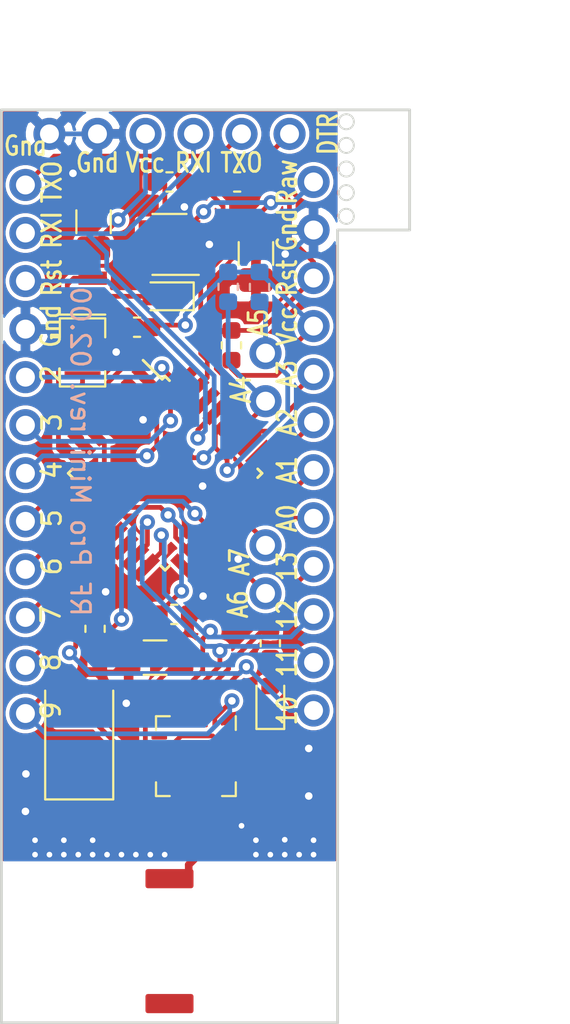
<source format=kicad_pcb>
(kicad_pcb (version 20171130) (host pcbnew 5.1.6+dfsg1-1~bpo9+1)
  (layers (0 F.Cu signal) (31 B.Cu signal) (34 B.Paste user) (35 F.Paste user) (36 B.SilkS user) (37 F.SilkS user) (38 B.Mask user) (39 F.Mask user) (44 Edge.Cuts user))
  (net 0 "")
  (net 1 /AREF)
  (net 2 GND)
  (net 3 RESET)
  (net 4 DTR)
  (net 5 VCC)
  (net 6 RAW)
  (net 7 "Net-(D3-Pad2)")
  (net 8 RXI)
  (net 9 TXO)
  (net 10 A5)
  (net 11 A4)
  (net 12 A6)
  (net 13 A7)
  (net 14 D10)
  (net 15 MOSI)
  (net 16 MISO)
  (net 17 SCK)
  (net 18 A0)
  (net 19 A1)
  (net 20 A2)
  (net 21 A3)
  (net 22 D9)
  (net 23 D8)
  (net 24 D7)
  (net 25 D6)
  (net 26 D5)
  (net 27 D4)
  (net 28 D3)
  (net 29 D2)
  (net 30 "Net-(LED1-Pad1)")
  (net 31 "Net-(LED1-Pad2)")
  (net 32 "Net-(Q1-Pad3)")
  (net 33 "Net-(Q1-Pad1)")
  (net 34 "Net-(U2-Pad4)")
  (net 35 "Net-(X1-Pad1)")
  (net 36 "Net-(_C3-Pad1)")
  (net 37 "Net-(_C5-Pad2)")
  (net 38 "Net-(_A1-Pad1)")
  (net 39 "Net-(_C7-Pad1)")
  (net 40 "Net-(_L1-Pad1)")
  (net 41 "Net-(_L1-Pad2)")
  (net 42 "Net-(_R2-Pad1)")
  (net 43 "Net-(_U1-Pad6)")
  (net 44 "Net-(X1-Pad2)")
  (net 45 "Net-(_A1-Pad2)")
  (module Connector_PinHeader_1.27mm:PinHeader_1x01_P1.27mm_Vertical (layer F.Cu) (at 133.604 85.598)
    (fp_text reference REF** hide)
    (fp_text value PinHeader_1x01_P1.27mm_Vertical hide)
    (pad "" np_thru_hole circle (at 1.016 2.032) (size 1.152 1.152) (drill 1.152) (layers *.Cu *.Mask))
  )
  (module Connector_PinHeader_1.27mm:PinHeader_1x01_P1.27mm_Vertical (layer F.Cu) (at 129.794 123.698)
    (fp_text reference REF** hide)
    (fp_text value PinHeader_1x01_P1.27mm_Vertical hide)
    (pad "" np_thru_hole circle (at 1.016 2.032) (size 1.152 1.152) (drill 1.152) (layers *.Cu *.Mask))
  )
  (module Connector_PinHeader_1.27mm:PinHeader_1x01_P1.27mm_Vertical (layer F.Cu) (at 118.5418 128.6256)
    (fp_text reference REF** hide)
    (fp_text value PinHeader_1x01_P1.27mm_Vertical hide)
    (pad "" np_thru_hole circle (at -2.9718 -2.8956) (size 1.152 1.152) (drill 1.152) (layers *.Cu *.Mask))
  )
  (module Package_DFN_QFN:QFN-20-1EP_4x4mm_P0.5mm_EP2.5x2.5mm (layer F.Cu) (at 124.587 119.253 270)
    (fp_text reference _U1 hide)
    (fp_text value nRF24L01P)
    (pad 1 smd roundrect (at -1.9375 -1 270) (size 0.825 0.25) (layers F.Cu F.Paste F.Mask) (net 22 D9))
    (pad 2 smd roundrect (at -1.9375 -0.5 270) (size 0.825 0.25) (layers F.Cu F.Paste F.Mask) (net 14 D10))
    (pad 3 smd roundrect (at -1.9375 0 270) (size 0.825 0.25) (layers F.Cu F.Paste F.Mask) (net 17 SCK))
    (pad 4 smd roundrect (at -1.9375 0.5 270) (size 0.825 0.25) (layers F.Cu F.Paste F.Mask) (net 15 MOSI))
    (pad 5 smd roundrect (at -1.9375 1 270) (size 0.825 0.25) (layers F.Cu F.Paste F.Mask) (net 16 MISO))
    (pad 6 smd roundrect (at -1 1.9375 270) (size 0.25 0.825) (layers F.Cu F.Paste F.Mask) (net 43 "Net-(_U1-Pad6)"))
    (pad 7 smd roundrect (at -0.5 1.9375 270) (size 0.25 0.825) (layers F.Cu F.Paste F.Mask) (net 5 VCC))
    (pad 8 smd roundrect (at 0 1.9375 270) (size 0.25 0.825) (layers F.Cu F.Paste F.Mask) (net 2 GND))
    (pad 9 smd roundrect (at 0.5 1.9375 270) (size 0.25 0.825) (layers F.Cu F.Paste F.Mask) (net 44 "Net-(X1-Pad2)"))
    (pad 10 smd roundrect (at 1 1.9375 270) (size 0.25 0.825) (layers F.Cu F.Paste F.Mask) (net 35 "Net-(X1-Pad1)"))
    (pad 11 smd roundrect (at 1.9375 1 270) (size 0.825 0.25) (layers F.Cu F.Paste F.Mask) (net 36 "Net-(_C3-Pad1)"))
    (pad 12 smd roundrect (at 1.9375 0.5 270) (size 0.825 0.25) (layers F.Cu F.Paste F.Mask) (net 40 "Net-(_L1-Pad1)"))
    (pad 13 smd roundrect (at 1.9375 0 270) (size 0.825 0.25) (layers F.Cu F.Paste F.Mask) (net 41 "Net-(_L1-Pad2)"))
    (pad 14 smd roundrect (at 1.9375 -0.5 270) (size 0.825 0.25) (layers F.Cu F.Paste F.Mask) (net 2 GND))
    (pad 15 smd roundrect (at 1.9375 -1 270) (size 0.825 0.25) (layers F.Cu F.Paste F.Mask) (net 5 VCC))
    (pad 16 smd roundrect (at 1 -1.9375 270) (size 0.25 0.825) (layers F.Cu F.Paste F.Mask) (net 42 "Net-(_R2-Pad1)"))
    (pad 17 smd roundrect (at 0.5 -1.9375 270) (size 0.25 0.825) (layers F.Cu F.Paste F.Mask) (net 2 GND))
    (pad 18 smd roundrect (at 0 -1.9375 270) (size 0.25 0.825) (layers F.Cu F.Paste F.Mask) (net 5 VCC))
    (pad 19 smd roundrect (at -0.5 -1.9375 270) (size 0.25 0.825) (layers F.Cu F.Paste F.Mask) (net 39 "Net-(_C7-Pad1)"))
    (pad 20 smd roundrect (at -1 -1.9375 270) (size 0.25 0.825) (layers F.Cu F.Paste F.Mask) (net 2 GND))
  )
  (module Package_QFP:TQFP-32_7x7mm_P0.8mm (layer F.Cu) (at 122.96 104.3 315)
    (fp_text reference U1 hide)
    (fp_text value ATmega328P-AU)
    (pad 1 smd rect (at -4.25 -2.8 315) (size 1.6 0.55) (layers F.Cu F.Paste F.Mask) (net 28 D3))
    (pad 2 smd rect (at -4.25 -2 315) (size 1.6 0.55) (layers F.Cu F.Paste F.Mask) (net 27 D4))
    (pad 3 smd rect (at -4.25 -1.2 315) (size 1.6 0.55) (layers F.Cu F.Paste F.Mask) (net 2 GND))
    (pad 4 smd rect (at -4.25 -0.4 315) (size 1.6 0.55) (layers F.Cu F.Paste F.Mask) (net 5 VCC))
    (pad 5 smd rect (at -4.25 0.4 315) (size 1.6 0.55) (layers F.Cu F.Paste F.Mask) (net 2 GND))
    (pad 6 smd rect (at -4.25 1.2 315) (size 1.6 0.55) (layers F.Cu F.Paste F.Mask) (net 5 VCC))
    (pad 7 smd rect (at -4.25 2 315) (size 1.6 0.55) (layers F.Cu F.Paste F.Mask) (net 32 "Net-(Q1-Pad3)"))
    (pad 8 smd rect (at -4.25 2.8 315) (size 1.6 0.55) (layers F.Cu F.Paste F.Mask) (net 33 "Net-(Q1-Pad1)"))
    (pad 9 smd rect (at -2.8 4.25 45) (size 1.6 0.55) (layers F.Cu F.Paste F.Mask) (net 26 D5))
    (pad 10 smd rect (at -2 4.25 45) (size 1.6 0.55) (layers F.Cu F.Paste F.Mask) (net 25 D6))
    (pad 11 smd rect (at -1.2 4.25 45) (size 1.6 0.55) (layers F.Cu F.Paste F.Mask) (net 24 D7))
    (pad 12 smd rect (at -0.4 4.25 45) (size 1.6 0.55) (layers F.Cu F.Paste F.Mask) (net 23 D8))
    (pad 13 smd rect (at 0.4 4.25 45) (size 1.6 0.55) (layers F.Cu F.Paste F.Mask) (net 22 D9))
    (pad 14 smd rect (at 1.2 4.25 45) (size 1.6 0.55) (layers F.Cu F.Paste F.Mask) (net 14 D10))
    (pad 15 smd rect (at 2 4.25 45) (size 1.6 0.55) (layers F.Cu F.Paste F.Mask) (net 15 MOSI))
    (pad 16 smd rect (at 2.8 4.25 45) (size 1.6 0.55) (layers F.Cu F.Paste F.Mask) (net 16 MISO))
    (pad 17 smd rect (at 4.25 2.8 315) (size 1.6 0.55) (layers F.Cu F.Paste F.Mask) (net 17 SCK))
    (pad 18 smd rect (at 4.25 2 315) (size 1.6 0.55) (layers F.Cu F.Paste F.Mask) (net 5 VCC))
    (pad 19 smd rect (at 4.25 1.2 315) (size 1.6 0.55) (layers F.Cu F.Paste F.Mask) (net 12 A6))
    (pad 20 smd rect (at 4.25 0.4 315) (size 1.6 0.55) (layers F.Cu F.Paste F.Mask) (net 1 /AREF))
    (pad 21 smd rect (at 4.25 -0.4 315) (size 1.6 0.55) (layers F.Cu F.Paste F.Mask) (net 2 GND))
    (pad 22 smd rect (at 4.25 -1.2 315) (size 1.6 0.55) (layers F.Cu F.Paste F.Mask) (net 13 A7))
    (pad 23 smd rect (at 4.25 -2 315) (size 1.6 0.55) (layers F.Cu F.Paste F.Mask) (net 18 A0))
    (pad 24 smd rect (at 4.25 -2.8 315) (size 1.6 0.55) (layers F.Cu F.Paste F.Mask) (net 19 A1))
    (pad 25 smd rect (at 2.8 -4.25 45) (size 1.6 0.55) (layers F.Cu F.Paste F.Mask) (net 20 A2))
    (pad 26 smd rect (at 2 -4.25 45) (size 1.6 0.55) (layers F.Cu F.Paste F.Mask) (net 21 A3))
    (pad 27 smd rect (at 1.2 -4.25 45) (size 1.6 0.55) (layers F.Cu F.Paste F.Mask) (net 11 A4))
    (pad 28 smd rect (at 0.4 -4.25 45) (size 1.6 0.55) (layers F.Cu F.Paste F.Mask) (net 10 A5))
    (pad 29 smd rect (at -0.4 -4.25 45) (size 1.6 0.55) (layers F.Cu F.Paste F.Mask) (net 3 RESET))
    (pad 30 smd rect (at -1.2 -4.25 45) (size 1.6 0.55) (layers F.Cu F.Paste F.Mask) (net 8 RXI))
    (pad 31 smd rect (at -2 -4.25 45) (size 1.6 0.55) (layers F.Cu F.Paste F.Mask) (net 9 TXO))
    (pad 32 smd rect (at -2.8 -4.25 45) (size 1.6 0.55) (layers F.Cu F.Paste F.Mask) (net 29 D2))
  )
  (module Jumper:SolderJumper-2_P1.3mm_Open_Pad1.0x1.5mm (layer F.Cu) (at 119.126 94.488 90)
    (fp_text reference SJ1 hide)
    (fp_text value SolderJumper_2_Open hide)
    (pad 2 smd rect (at 0.5 0 90) (size 0.7 1.5) (layers F.Cu F.Mask) (net 5 VCC))
    (pad 1 smd rect (at -0.5 0 90) (size 0.7 1.5) (layers F.Cu F.Mask) (net 31 "Net-(LED1-Pad2)"))
  )
  (module Connector_PinHeader_2.54mm:PinHeader_1x02_P2.54mm_Vertical (layer F.Cu) (at 128.27 100.49 180)
    (fp_text reference JP2 hide)
    (fp_text value Conn_01x02_Male hide)
    (pad 2 thru_hole oval (at 0 2.54 180) (size 1.7 1.7) (drill 1) (layers *.Cu *.Mask) (net 10 A5))
    (pad 1 thru_hole circle (at 0 0 180) (size 1.7 1.7) (drill 1) (layers *.Cu *.Mask) (net 11 A4))
  )
  (module Connector_PinHeader_2.54mm:PinHeader_1x02_P2.54mm_Vertical (layer F.Cu) (at 128.27 110.65 180)
    (fp_text reference JP3 hide)
    (fp_text value Conn_01x02_Male hide)
    (pad 1 thru_hole circle (at 0 0 180) (size 1.7 1.7) (drill 1) (layers *.Cu *.Mask) (net 12 A6))
    (pad 2 thru_hole oval (at 0 2.54 180) (size 1.7 1.7) (drill 1) (layers *.Cu *.Mask) (net 13 A7))
  )
  (module Connector_PinHeader_2.54mm:PinHeader_1x06_P2.54mm_Vertical (layer F.Cu) (at 116.84 86.36 90)
    (fp_text reference JP1 hide)
    (fp_text value Conn_01x06_Male hide)
    (pad 1 thru_hole circle (at 0 0 90) (size 1.7 1.7) (drill 1) (layers *.Cu *.Mask) (net 2 GND))
    (pad 2 thru_hole oval (at 0 2.54 90) (size 1.7 1.7) (drill 1) (layers *.Cu *.Mask) (net 2 GND))
    (pad 3 thru_hole oval (at 0 5.08 90) (size 1.7 1.7) (drill 1) (layers *.Cu *.Mask) (net 5 VCC))
    (pad 4 thru_hole oval (at 0 7.62 90) (size 1.7 1.7) (drill 1) (layers *.Cu *.Mask) (net 8 RXI))
    (pad 5 thru_hole oval (at 0 10.16 90) (size 1.7 1.7) (drill 1) (layers *.Cu *.Mask) (net 9 TXO))
    (pad 6 thru_hole oval (at 0 12.7 90) (size 1.7 1.7) (drill 1) (layers *.Cu *.Mask) (net 4 DTR))
  )
  (module Connector_PinHeader_2.54mm:PinHeader_1x12_P2.54mm_Vertical (layer F.Cu) (at 130.81 88.9)
    (fp_text reference JP6 hide)
    (fp_text value Conn_01x12_Male hide)
    (pad 1 thru_hole circle (at 0 0) (size 1.7 1.7) (drill 1) (layers *.Cu *.Mask) (net 6 RAW))
    (pad 2 thru_hole oval (at 0 2.54) (size 1.7 1.7) (drill 1) (layers *.Cu *.Mask) (net 2 GND))
    (pad 3 thru_hole oval (at 0 5.08) (size 1.7 1.7) (drill 1) (layers *.Cu *.Mask) (net 3 RESET))
    (pad 4 thru_hole oval (at 0 7.62) (size 1.7 1.7) (drill 1) (layers *.Cu *.Mask) (net 5 VCC))
    (pad 5 thru_hole oval (at 0 10.16) (size 1.7 1.7) (drill 1) (layers *.Cu *.Mask) (net 21 A3))
    (pad 6 thru_hole oval (at 0 12.7) (size 1.7 1.7) (drill 1) (layers *.Cu *.Mask) (net 20 A2))
    (pad 7 thru_hole oval (at 0 15.24) (size 1.7 1.7) (drill 1) (layers *.Cu *.Mask) (net 19 A1))
    (pad 8 thru_hole oval (at 0 17.78) (size 1.7 1.7) (drill 1) (layers *.Cu *.Mask) (net 18 A0))
    (pad 9 thru_hole oval (at 0 20.32) (size 1.7 1.7) (drill 1) (layers *.Cu *.Mask) (net 17 SCK))
    (pad 10 thru_hole oval (at 0 22.86) (size 1.7 1.7) (drill 1) (layers *.Cu *.Mask) (net 16 MISO))
    (pad 11 thru_hole oval (at 0 25.4) (size 1.7 1.7) (drill 1) (layers *.Cu *.Mask) (net 15 MOSI))
    (pad 12 thru_hole oval (at 0 27.94) (size 1.7 1.7) (drill 1) (layers *.Cu *.Mask) (net 14 D10))
  )
  (module Connector_PinHeader_2.54mm:PinHeader_1x12_P2.54mm_Vertical (layer F.Cu) (at 115.57 117 180)
    (fp_text reference JP7 hide)
    (fp_text value Conn_01x12_Male hide)
    (pad 12 thru_hole oval (at 0 27.94) (size 1.7 1.7) (drill 1) (layers *.Cu *.Mask) (net 9 TXO))
    (pad 11 thru_hole oval (at 0 25.4) (size 1.7 1.7) (drill 1) (layers *.Cu *.Mask) (net 8 RXI))
    (pad 10 thru_hole oval (at 0 22.86) (size 1.7 1.7) (drill 1) (layers *.Cu *.Mask) (net 3 RESET))
    (pad 9 thru_hole oval (at 0 20.32) (size 1.7 1.7) (drill 1) (layers *.Cu *.Mask) (net 2 GND))
    (pad 8 thru_hole oval (at 0 17.78) (size 1.7 1.7) (drill 1) (layers *.Cu *.Mask) (net 29 D2))
    (pad 7 thru_hole oval (at 0 15.24) (size 1.7 1.7) (drill 1) (layers *.Cu *.Mask) (net 28 D3))
    (pad 6 thru_hole oval (at 0 12.7) (size 1.7 1.7) (drill 1) (layers *.Cu *.Mask) (net 27 D4))
    (pad 5 thru_hole oval (at 0 10.16) (size 1.7 1.7) (drill 1) (layers *.Cu *.Mask) (net 26 D5))
    (pad 4 thru_hole oval (at 0 7.62) (size 1.7 1.7) (drill 1) (layers *.Cu *.Mask) (net 25 D6))
    (pad 3 thru_hole oval (at 0 5.08) (size 1.7 1.7) (drill 1) (layers *.Cu *.Mask) (net 24 D7))
    (pad 2 thru_hole oval (at 0 2.54) (size 1.7 1.7) (drill 1) (layers *.Cu *.Mask) (net 23 D8))
    (pad 1 thru_hole circle (at 0 0) (size 1.7 1.7) (drill 1) (layers *.Cu *.Mask) (net 22 D9))
  )
  (module Capacitor_SMD:C_0603_1608Metric (layer F.Cu) (at 119.253 112.522 90)
    (fp_text reference C1 hide)
    (fp_text value 0.1uF)
    (pad 2 smd roundrect (at 0.7875 0 90) (size 0.875 0.95) (layers F.Cu F.Paste F.Mask) (net 2 GND))
    (pad 1 smd roundrect (at -0.7875 0 90) (size 0.875 0.95) (layers F.Cu F.Paste F.Mask) (net 1 /AREF))
  )
  (module Capacitor_SMD:C_0603_1608Metric (layer F.Cu) (at 126.77 88.9)
    (fp_text reference C2 hide)
    (fp_text value 0.1uF)
    (pad 1 smd roundrect (at -0.7875 0) (size 0.875 0.95) (layers F.Cu F.Paste F.Mask) (net 4 DTR))
    (pad 2 smd roundrect (at 0.7875 0) (size 0.875 0.95) (layers F.Cu F.Paste F.Mask) (net 3 RESET))
  )
  (module Capacitor_SMD:C_0603_1608Metric (layer F.Cu) (at 123.444 111.76)
    (fp_text reference C3 hide)
    (fp_text value 0.1uF)
    (pad 1 smd roundrect (at -0.7875 0) (size 0.875 0.95) (layers F.Cu F.Paste F.Mask) (net 5 VCC))
    (pad 2 smd roundrect (at 0.7875 0) (size 0.875 0.95) (layers F.Cu F.Paste F.Mask) (net 2 GND))
  )
  (module Capacitor_SMD:C_0603_1608Metric (layer F.Cu) (at 121.4741 96.5784 180)
    (fp_text reference C10 hide)
    (fp_text value 0.1uF)
    (pad 2 smd roundrect (at 0.7875 0 180) (size 0.875 0.95) (layers F.Cu F.Paste F.Mask) (net 2 GND))
    (pad 1 smd roundrect (at -0.7875 0 180) (size 0.875 0.95) (layers F.Cu F.Paste F.Mask) (net 5 VCC))
  )
  (module Capacitor_SMD:C_1206_3216Metric (layer F.Cu) (at 119.1754 91.0031 90)
    (fp_text reference C13 hide)
    (fp_text value 10uF)
    (pad 1 smd roundrect (at -1.4 0 90) (size 1.25 1.75) (layers F.Cu F.Paste F.Mask) (roundrect_rratio 0.2) (net 5 VCC))
    (pad 2 smd roundrect (at 1.4 0 90) (size 1.25 1.75) (layers F.Cu F.Paste F.Mask) (roundrect_rratio 0.2) (net 2 GND))
  )
  (module Capacitor_SMD:C_1206_3216Metric (layer F.Cu) (at 127.762 92.6846 270)
    (fp_text reference C19 hide)
    (fp_text value 10uF)
    (pad 2 smd roundrect (at 1.4 0 270) (size 1.25 1.75) (layers F.Cu F.Paste F.Mask) (roundrect_rratio 0.2) (net 2 GND))
    (pad 1 smd roundrect (at -1.4 0 270) (size 1.25 1.75) (layers F.Cu F.Paste F.Mask) (roundrect_rratio 0.2) (net 6 RAW))
  )
  (module Crystal:Resonator_SMD_muRata_CSTxExxV-3Pin_3.0x1.1mm (layer F.Cu) (at 118.5912 97.9119 270)
    (fp_text reference Q1 hide)
    (fp_text value 8/16/20MHz)
    (pad 1 smd rect (at -1.2 0 270) (size 0.4 1.9) (layers F.Cu F.Paste F.Mask) (net 33 "Net-(Q1-Pad1)"))
    (pad 2 smd rect (at 0 0 270) (size 0.4 1.9) (layers F.Cu F.Paste F.Mask) (net 2 GND))
    (pad 3 smd rect (at 1.2 0 270) (size 0.4 1.9) (layers F.Cu F.Paste F.Mask) (net 32 "Net-(Q1-Pad3)"))
  )
  (module Resistor_SMD:R_0603_1608Metric (layer B.Cu) (at 126.29248 94.4448 270)
    (fp_text reference R1 hide)
    (fp_text value R)
    (pad 2 smd roundrect (at 0.7875 0 270) (size 0.875 0.95) (layers B.Cu B.Paste B.Mask) (net 11 A4))
    (pad 1 smd roundrect (at -0.7875 0 270) (size 0.875 0.95) (layers B.Cu B.Paste B.Mask) (net 5 VCC))
  )
  (module Resistor_SMD:R_0603_1608Metric (layer F.Cu) (at 126.4666 97.536 90)
    (fp_text reference R2 hide)
    (fp_text value 10K)
    (pad 2 smd roundrect (at 0.7875 0 90) (size 0.875 0.95) (layers F.Cu F.Paste F.Mask) (net 3 RESET))
    (pad 1 smd roundrect (at -0.7875 0 90) (size 0.875 0.95) (layers F.Cu F.Paste F.Mask) (net 5 VCC))
  )
  (module Resistor_SMD:R_0603_1608Metric (layer B.Cu) (at 127.95364 94.44988 270)
    (fp_text reference R3 hide)
    (fp_text value R)
    (pad 1 smd roundrect (at -0.7875 0 270) (size 0.875 0.95) (layers B.Cu B.Paste B.Mask) (net 5 VCC))
    (pad 2 smd roundrect (at 0.7875 0 270) (size 0.875 0.95) (layers B.Cu B.Paste B.Mask) (net 10 A5))
  )
  (module Resistor_SMD:R_0603_1608Metric (layer F.Cu) (at 128.524 113.284 90)
    (fp_text reference R6 hide)
    (fp_text value 330)
    (pad 1 smd roundrect (at -0.7875 0 90) (size 0.875 0.95) (layers F.Cu F.Paste F.Mask) (net 7 "Net-(D3-Pad2)"))
    (pad 2 smd roundrect (at 0.7875 0 90) (size 0.875 0.95) (layers F.Cu F.Paste F.Mask) (net 17 SCK))
  )
  (module Resistor_SMD:R_0603_1608Metric (layer F.Cu) (at 123.19 88.9)
    (fp_text reference R11 hide)
    (fp_text value 10K)
    (pad 1 smd roundrect (at -0.7875 0) (size 0.875 0.95) (layers F.Cu F.Paste F.Mask) (net 30 "Net-(LED1-Pad1)"))
    (pad 2 smd roundrect (at 0.7875 0) (size 0.875 0.95) (layers F.Cu F.Paste F.Mask) (net 2 GND))
  )
  (module Package_TO_SOT_SMD:SOT-23-5 (layer F.Cu) (at 123.19 92.202 180)
    (fp_text reference U2 hide)
    (fp_text value MIC5205-3.3YM5)
    (pad 1 smd rect (at -1.1 -0.95 180) (size 1.06 0.65) (layers F.Cu F.Paste F.Mask) (net 6 RAW))
    (pad 2 smd rect (at -1.1 0 180) (size 1.06 0.65) (layers F.Cu F.Paste F.Mask) (net 2 GND))
    (pad 3 smd rect (at -1.1 0.95 180) (size 1.06 0.65) (layers F.Cu F.Paste F.Mask) (net 6 RAW))
    (pad 4 smd rect (at 1.1 0.95 180) (size 1.06 0.65) (layers F.Cu F.Paste F.Mask) (net 34 "Net-(U2-Pad4)"))
    (pad 5 smd rect (at 1.1 -0.95 180) (size 1.06 0.65) (layers F.Cu F.Paste F.Mask) (net 31 "Net-(LED1-Pad2)"))
  )
  (module LED_SMD:LED_0603_1608Metric (layer F.Cu) (at 128.524 116.332 90)
    (fp_text reference D3 hide)
    (fp_text value Green)
    (pad 2 smd roundrect (at 0.7875 0 90) (size 0.875 0.95) (layers F.Cu F.Paste F.Mask) (net 7 "Net-(D3-Pad2)"))
    (pad 1 smd roundrect (at -0.7875 0 90) (size 0.875 0.95) (layers F.Cu F.Paste F.Mask) (net 2 GND))
  )
  (module LED_SMD:LED_0603_1608Metric (layer F.Cu) (at 122.9868 94.9452 180)
    (fp_text reference LED1 hide)
    (fp_text value Red)
    (pad 1 smd roundrect (at -0.7875 0 180) (size 0.875 0.95) (layers F.Cu F.Paste F.Mask) (net 30 "Net-(LED1-Pad1)"))
    (pad 2 smd roundrect (at 0.7875 0 180) (size 0.875 0.95) (layers F.Cu F.Paste F.Mask) (net 31 "Net-(LED1-Pad2)"))
  )
  (module Capacitor_SMD:C_0402_1005Metric (layer F.Cu) (at 117.856 122.174)
    (fp_text reference _C1 hide)
    (fp_text value 22pF)
    (pad 2 smd roundrect (at 0.485 0) (size 0.59 0.64) (layers F.Cu F.Paste F.Mask) (net 35 "Net-(X1-Pad1)"))
    (pad 1 smd roundrect (at -0.485 0) (size 0.59 0.64) (layers F.Cu F.Paste F.Mask) (net 2 GND))
  )
  (module Capacitor_SMD:C_0402_1005Metric (layer F.Cu) (at 118.11 114.808 180)
    (fp_text reference _C2 hide)
    (fp_text value 22pF)
    (pad 1 smd roundrect (at -0.485 0 180) (size 0.59 0.64) (layers F.Cu F.Paste F.Mask) (net 2 GND))
    (pad 2 smd roundrect (at 0.485 0 180) (size 0.59 0.64) (layers F.Cu F.Paste F.Mask) (net 44 "Net-(X1-Pad2)"))
  )
  (module Capacitor_SMD:C_0402_1005Metric (layer F.Cu) (at 120.9548 122.428 180)
    (fp_text reference _C3 hide)
    (fp_text value 2.2nF)
    (pad 2 smd roundrect (at 0.485 0 180) (size 0.59 0.64) (layers F.Cu F.Paste F.Mask) (net 2 GND))
    (pad 1 smd roundrect (at -0.485 0 180) (size 0.59 0.64) (layers F.Cu F.Paste F.Mask) (net 36 "Net-(_C3-Pad1)"))
  )
  (module Capacitor_SMD:C_0402_1005Metric (layer F.Cu) (at 120.9548 123.4948 180)
    (fp_text reference _C4 hide)
    (fp_text value 4.7pF)
    (pad 1 smd roundrect (at -0.485 0 180) (size 0.59 0.64) (layers F.Cu F.Paste F.Mask) (net 36 "Net-(_C3-Pad1)"))
    (pad 2 smd roundrect (at 0.485 0 180) (size 0.59 0.64) (layers F.Cu F.Paste F.Mask) (net 2 GND))
  )
  (module Capacitor_SMD:C_0402_1005Metric (layer F.Cu) (at 124.7648 123.952 90)
    (fp_text reference _C5 hide)
    (fp_text value 1.5pF)
    (pad 2 smd roundrect (at 0.485 0 90) (size 0.59 0.64) (layers F.Cu F.Paste F.Mask) (net 37 "Net-(_C5-Pad2)"))
    (pad 1 smd roundrect (at -0.485 0 90) (size 0.59 0.64) (layers F.Cu F.Paste F.Mask) (net 38 "Net-(_A1-Pad1)"))
  )
  (module Capacitor_SMD:C_0402_1005Metric (layer F.Cu) (at 126.365 124.4092)
    (fp_text reference _C6 hide)
    (fp_text value 1.0pF)
    (pad 1 smd roundrect (at -0.485 0) (size 0.59 0.64) (layers F.Cu F.Paste F.Mask) (net 38 "Net-(_A1-Pad1)"))
    (pad 2 smd roundrect (at 0.485 0) (size 0.59 0.64) (layers F.Cu F.Paste F.Mask) (net 2 GND))
  )
  (module Capacitor_SMD:C_0402_1005Metric (layer F.Cu) (at 128.651 118.491)
    (fp_text reference _C7 hide)
    (fp_text value 33nF)
    (pad 1 smd roundrect (at -0.485 0) (size 0.59 0.64) (layers F.Cu F.Paste F.Mask) (net 39 "Net-(_C7-Pad1)"))
    (pad 2 smd roundrect (at 0.485 0) (size 0.59 0.64) (layers F.Cu F.Paste F.Mask) (net 2 GND))
  )
  (module Capacitor_SMD:C_0402_1005Metric (layer F.Cu) (at 128.143 120.015 270)
    (fp_text reference _C8 hide)
    (fp_text value 1nF)
    (pad 1 smd roundrect (at -0.485 0 270) (size 0.59 0.64) (layers F.Cu F.Paste F.Mask) (net 5 VCC))
    (pad 2 smd roundrect (at 0.485 0 270) (size 0.59 0.64) (layers F.Cu F.Paste F.Mask) (net 2 GND))
  )
  (module Capacitor_SMD:C_0402_1005Metric (layer F.Cu) (at 129.159 120.015 270)
    (fp_text reference _C9 hide)
    (fp_text value 10nF)
    (pad 2 smd roundrect (at 0.485 0 270) (size 0.59 0.64) (layers F.Cu F.Paste F.Mask) (net 2 GND))
    (pad 1 smd roundrect (at -0.485 0 270) (size 0.59 0.64) (layers F.Cu F.Paste F.Mask) (net 5 VCC))
  )
  (module Capacitor_SMD:C_1206_3216Metric (layer F.Cu) (at 122.428 114.046 180)
    (fp_text reference _C10 hide)
    (fp_text value 10uF)
    (pad 1 smd roundrect (at -1.4 0 180) (size 1.25 1.75) (layers F.Cu F.Paste F.Mask) (roundrect_rratio 0.2) (net 5 VCC))
    (pad 2 smd roundrect (at 1.4 0 180) (size 1.25 1.75) (layers F.Cu F.Paste F.Mask) (roundrect_rratio 0.2) (net 2 GND))
  )
  (module Inductor_SMD:L_0402_1005Metric (layer F.Cu) (at 124.333 122.428)
    (fp_text reference _L1 hide)
    (fp_text value 8.2nH)
    (pad 1 smd roundrect (at -0.485 0) (size 0.59 0.64) (layers F.Cu F.Paste F.Mask) (net 40 "Net-(_L1-Pad1)"))
    (pad 2 smd roundrect (at 0.485 0) (size 0.59 0.64) (layers F.Cu F.Paste F.Mask) (net 41 "Net-(_L1-Pad2)"))
  )
  (module Inductor_SMD:L_0402_1005Metric (layer F.Cu) (at 123.19 123.4948 180)
    (fp_text reference _L2 hide)
    (fp_text value 2.7nH)
    (pad 2 smd roundrect (at 0.485 0 180) (size 0.59 0.64) (layers F.Cu F.Paste F.Mask) (net 36 "Net-(_C3-Pad1)"))
    (pad 1 smd roundrect (at -0.485 0 180) (size 0.59 0.64) (layers F.Cu F.Paste F.Mask) (net 40 "Net-(_L1-Pad1)"))
  )
  (module Inductor_SMD:L_0402_1005Metric (layer F.Cu) (at 125.8062 122.8852 270)
    (fp_text reference _L3 hide)
    (fp_text value 3.9nH)
    (pad 1 smd roundrect (at -0.485 0 270) (size 0.59 0.64) (layers F.Cu F.Paste F.Mask) (net 41 "Net-(_L1-Pad2)"))
    (pad 2 smd roundrect (at 0.485 0 270) (size 0.59 0.64) (layers F.Cu F.Paste F.Mask) (net 37 "Net-(_C5-Pad2)"))
  )
  (module Resistor_SMD:R_0402_1005Metric (layer F.Cu) (at 121.158 119.9896 90)
    (fp_text reference _R1 hide)
    (fp_text value 1M)
    (pad 2 smd roundrect (at 0.485 0 90) (size 0.59 0.64) (layers F.Cu F.Paste F.Mask) (net 44 "Net-(X1-Pad2)"))
    (pad 1 smd roundrect (at -0.485 0 90) (size 0.59 0.64) (layers F.Cu F.Paste F.Mask) (net 35 "Net-(X1-Pad1)"))
  )
  (module Crystal:Crystal_SMD_5032-2Pin_5.0x3.2mm (layer F.Cu) (at 118.4148 118.491 90)
    (fp_text reference X1 hide)
    (fp_text value "16 MHZ")
    (pad 1 smd rect (at -1.85 0 90) (size 2 2.4) (layers F.Cu F.Paste F.Mask) (net 35 "Net-(X1-Pad1)"))
    (pad 2 smd rect (at 1.85 0 90) (size 2 2.4) (layers F.Cu F.Paste F.Mask) (net 44 "Net-(X1-Pad2)"))
  )
  (module Resistor_SMD:R_0402_1005Metric (layer F.Cu) (at 128.6256 121.4628)
    (fp_text reference _R2 hide)
    (fp_text value 22K)
    (pad 1 smd roundrect (at -0.485 0) (size 0.59 0.64) (layers F.Cu F.Paste F.Mask) (net 42 "Net-(_R2-Pad1)"))
    (pad 2 smd roundrect (at 0.485 0) (size 0.59 0.64) (layers F.Cu F.Paste F.Mask) (net 2 GND))
  )
  (module RF-Arduino-Pro-Mini:ANT-2.45-CHP (layer F.Cu) (at 123.19 129.032 270)
    (fp_text reference _A1 hide)
    (fp_text value Antenna hide)
    (pad 2 smd roundrect (at 3.302 0 270) (size 1.016 2.54) (layers F.Cu F.Paste F.Mask) (roundrect_rratio 0.125) (net 45 "Net-(_A1-Pad2)"))
    (pad 1 smd roundrect (at -3.302 0 270) (size 1.016 2.54) (layers F.Cu F.Paste F.Mask) (roundrect_rratio 0.125) (net 38 "Net-(_A1-Pad1)"))
  )
  (gr_text "RF Pro Mini rev. 02.00" (at 118.4656 103.1494 270) (layer B.SilkS) (effects (font (size 1 1)) (justify mirror)))
  (gr_circle (center 132.542 90.717) (end 132.942 90.717) (layer Edge.Cuts) (width 0.1))
  (gr_circle (center 132.542 89.467) (end 132.942 89.467) (layer Edge.Cuts) (width 0.1))
  (gr_circle (center 132.542 88.217) (end 132.942 88.217) (layer Edge.Cuts) (width 0.1))
  (gr_line (start 135.89 85.09) (end 132.08 85.09) (layer Edge.Cuts) (width 0.15))
  (gr_line (start 135.89 91.44) (end 135.89 85.09) (layer Edge.Cuts) (width 0.15))
  (gr_line (start 132.08 91.44) (end 135.89 91.44) (layer Edge.Cuts) (width 0.15))
  (gr_circle (center 132.542 86.967) (end 132.942 86.967) (layer Edge.Cuts) (width 0.1))
  (gr_circle (center 132.542 85.717) (end 132.942 85.717) (layer Edge.Cuts) (width 0.1))
  (gr_text A7 (at 126.8984 108.9914 90) (layer F.SilkS) (effects (font (size 1 0.8))))
  (gr_text A6 (at 126.8222 111.2266 90) (layer F.SilkS) (effects (font (size 1 0.8))))
  (gr_text A5 (at 127.889 96.3422 90) (layer F.SilkS) (effects (font (size 1 0.8))))
  (gr_text A4 (at 126.9746 99.8728 90) (layer F.SilkS) (effects (font (size 1 0.8))))
  (gr_line (start 114.3 133.35) (end 132.08 133.35) (layer Edge.Cuts) (width 0.15))
  (gr_text DTR (at 131.572 86.36 90) (layer F.SilkS) (effects (font (size 1 0.8))))
  (gr_text TXO (at 127 87.884) (layer F.SilkS) (effects (font (size 1 0.8))))
  (gr_text RXI (at 124.46 87.884) (layer F.SilkS) (effects (font (size 1 0.8))))
  (gr_text Vcc (at 121.92 87.884) (layer F.SilkS) (effects (font (size 1 0.8))))
  (gr_text Gnd (at 119.38 87.884) (layer F.SilkS) (effects (font (size 1 0.8))))
  (gr_text Gnd (at 115.57 86.995) (layer F.SilkS) (effects (font (size 1 0.8))))
  (gr_text Raw (at 129.413 88.9 90) (layer F.SilkS) (effects (font (size 1 0.8))))
  (gr_text Gnd (at 129.413 91.44 90) (layer F.SilkS) (effects (font (size 1 0.8))))
  (gr_text Rst (at 129.413 93.98 90) (layer F.SilkS) (effects (font (size 1 0.8))))
  (gr_text Vcc (at 129.413 96.52 90) (layer F.SilkS) (effects (font (size 1 0.8))))
  (gr_text A3 (at 129.413 99.06 90) (layer F.SilkS) (effects (font (size 1 0.8))))
  (gr_text A2 (at 129.413 101.6 90) (layer F.SilkS) (effects (font (size 1 0.8))))
  (gr_text A1 (at 129.413 104.14 90) (layer F.SilkS) (effects (font (size 1 0.8))))
  (gr_text A0 (at 129.413 106.68 90) (layer F.SilkS) (effects (font (size 1 0.8))))
  (gr_text 13 (at 129.413 109.22 90) (layer F.SilkS) (effects (font (size 1 0.8))))
  (gr_text 12 (at 129.413 111.76 90) (layer F.SilkS) (effects (font (size 1 0.8))))
  (gr_text 11 (at 129.413 114.3 90) (layer F.SilkS) (effects (font (size 1 0.8))))
  (gr_text 10 (at 129.413 116.84 90) (layer F.SilkS) (effects (font (size 1 0.8))))
  (gr_text TXO (at 116.967 88.9 90) (layer F.SilkS) (effects (font (size 1 0.8))))
  (gr_text Gnd (at 116.9162 96.52 90) (layer F.SilkS) (effects (font (size 1 0.8))))
  (gr_text 2 (at 116.9162 99.06 90) (layer F.SilkS) (effects (font (size 1 1))))
  (gr_text RXI (at 116.967 91.44 90) (layer F.SilkS) (effects (font (size 1 0.8))))
  (gr_text Rst (at 116.967 93.98 90) (layer F.SilkS) (effects (font (size 1 0.8))))
  (gr_text 3 (at 116.967 101.6 90) (layer F.SilkS) (effects (font (size 1 1))))
  (gr_text 4 (at 116.967 104.14 90) (layer F.SilkS) (effects (font (size 1 1))))
  (gr_text 5 (at 116.967 106.68 90) (layer F.SilkS) (effects (font (size 1 1))))
  (gr_text 6 (at 116.967 109.22 90) (layer F.SilkS) (effects (font (size 1 1))))
  (gr_text 7 (at 116.9162 111.76 90) (layer F.SilkS) (effects (font (size 1 1))))
  (gr_text 8 (at 116.9162 114.3 90) (layer F.SilkS) (effects (font (size 1 1))))
  (gr_text 9 (at 116.9162 116.84 90) (layer F.SilkS) (effects (font (size 1 1))))
  (gr_line (start 114.3 133.35) (end 114.3 85.09) (layer Edge.Cuts) (width 0.15))
  (gr_line (start 132.08 91.44) (end 132.08 133.35) (layer Edge.Cuts) (width 0.15))
  (gr_line (start 114.3 85.09) (end 132.08 85.09) (layer Edge.Cuts) (width 0.15))
  (via (at 124.5362 106.426) (size 0.8) (drill 0.4) (layers F.Cu B.Cu) (net 1))
  (segment (start 125.682361 107.572161) (end 124.5362 106.426) (width 0.25) (layer F.Cu) (net 1))
  (segment (start 125.682361 107.588047) (end 125.682361 107.572161) (width 0.25) (layer F.Cu) (net 1))
  (via (at 120.65 112.014) (size 0.8) (drill 0.4) (layers F.Cu B.Cu) (net 1))
  (segment (start 124.136201 106.026001) (end 124.5362 106.426) (width 0.25) (layer B.Cu) (net 1))
  (segment (start 123.887399 105.777199) (end 124.136201 106.026001) (width 0.25) (layer B.Cu) (net 1))
  (segment (start 122.054599 105.777199) (end 123.887399 105.777199) (width 0.25) (layer B.Cu) (net 1))
  (segment (start 120.65 107.181798) (end 122.054599 105.777199) (width 0.25) (layer B.Cu) (net 1))
  (segment (start 120.65 112.014) (end 120.65 107.181798) (width 0.25) (layer B.Cu) (net 1))
  (segment (start 119.3545 113.3095) (end 120.65 112.014) (width 0.25) (layer F.Cu) (net 1))
  (segment (start 119.253 113.3095) (end 119.3545 113.3095) (width 0.25) (layer F.Cu) (net 1))
  (segment (start 120.803324 100.446268) (end 120.803324 100.457924) (width 0.25) (layer F.Cu) (net 2))
  (via (at 121.793 101.473) (size 0.8) (drill 0.4) (layers F.Cu B.Cu) (net 2))
  (segment (start 120.803324 100.483324) (end 121.793 101.473) (width 0.25) (layer F.Cu) (net 2))
  (segment (start 120.803324 100.446268) (end 120.803324 100.483324) (width 0.25) (layer F.Cu) (net 2))
  (segment (start 125.611652 106.385966) (end 125.611652 106.383852) (width 0.25) (layer F.Cu) (net 2))
  (segment (start 126.248047 107.022361) (end 125.611652 106.385966) (width 0.25) (layer F.Cu) (net 2))
  (via (at 124.9426 104.9782) (size 0.8) (drill 0.4) (layers F.Cu B.Cu) (net 2))
  (segment (start 124.9426 105.7148) (end 124.9426 104.9782) (width 0.25) (layer F.Cu) (net 2))
  (segment (start 125.611652 106.383852) (end 124.9426 105.7148) (width 0.25) (layer F.Cu) (net 2))
  (segment (start 121.393001 101.872999) (end 121.793 101.473) (width 0.25) (layer F.Cu) (net 2))
  (segment (start 120.8024 102.4636) (end 121.393001 101.872999) (width 0.25) (layer F.Cu) (net 2))
  (segment (start 120.557914 102.4636) (end 120.8024 102.4636) (width 0.25) (layer F.Cu) (net 2))
  (segment (start 119.671953 101.577639) (end 120.557914 102.4636) (width 0.25) (layer F.Cu) (net 2))
  (segment (start 124.376915 104.9782) (end 124.9426 104.9782) (width 0.25) (layer F.Cu) (net 2))
  (segment (start 122.523398 104.9782) (end 124.376915 104.9782) (width 0.25) (layer F.Cu) (net 2))
  (segment (start 120.8024 103.257202) (end 122.523398 104.9782) (width 0.25) (layer F.Cu) (net 2))
  (segment (start 120.8024 102.4636) (end 120.8024 103.257202) (width 0.25) (layer F.Cu) (net 2))
  (segment (start 116.772081 96.68) (end 117.335293 96.116788) (width 0.25) (layer F.Cu) (net 2))
  (segment (start 120.224988 96.116788) (end 120.6866 96.5784) (width 0.25) (layer F.Cu) (net 2))
  (segment (start 117.335293 96.116788) (end 120.224988 96.116788) (width 0.25) (layer F.Cu) (net 2))
  (segment (start 115.57 96.68) (end 116.772081 96.68) (width 0.25) (layer F.Cu) (net 2))
  (via (at 125.2982 92.202) (size 0.8) (drill 0.4) (layers F.Cu B.Cu) (net 2))
  (segment (start 130.81 91.44) (end 126.365 91.44) (width 0.25) (layer B.Cu) (net 2))
  (segment (start 118.042081 86.36) (end 119.38 86.36) (width 0.25) (layer B.Cu) (net 2))
  (segment (start 116.84 86.36) (end 118.042081 86.36) (width 0.25) (layer B.Cu) (net 2))
  (segment (start 117.335293 91.443207) (end 119.1754 89.6031) (width 0.25) (layer F.Cu) (net 2))
  (segment (start 117.335293 96.116788) (end 117.335293 91.443207) (width 0.25) (layer F.Cu) (net 2))
  (segment (start 119.1754 89.5336) (end 118.0846 88.4428) (width 0.25) (layer F.Cu) (net 2))
  (via (at 118.0846 88.4428) (size 0.8) (drill 0.4) (layers F.Cu B.Cu) (net 2))
  (segment (start 119.1754 89.6031) (end 119.1754 89.5336) (width 0.25) (layer F.Cu) (net 2))
  (segment (start 119.38 87.1474) (end 119.38 86.36) (width 0.25) (layer B.Cu) (net 2))
  (segment (start 118.0846 88.4428) (end 119.38 87.1474) (width 0.25) (layer B.Cu) (net 2))
  (segment (start 120.67851 88.09999) (end 119.87111 88.90739) (width 0.25) (layer F.Cu) (net 2))
  (segment (start 123.17749 88.09999) (end 120.67851 88.09999) (width 0.25) (layer F.Cu) (net 2))
  (segment (start 119.87111 88.90739) (end 119.1754 89.6031) (width 0.25) (layer F.Cu) (net 2))
  (segment (start 123.9775 88.9) (end 123.17749 88.09999) (width 0.25) (layer F.Cu) (net 2))
  (via (at 123.9774 90.2208) (size 0.8) (drill 0.4) (layers F.Cu B.Cu) (net 2))
  (segment (start 123.9774 88.9001) (end 123.9775 88.9) (width 0.25) (layer F.Cu) (net 2))
  (segment (start 123.9774 90.2208) (end 123.9774 88.9001) (width 0.25) (layer F.Cu) (net 2))
  (segment (start 124.29 92.202) (end 125.2982 92.202) (width 0.25) (layer F.Cu) (net 2))
  (segment (start 126.002999 91.802001) (end 126.365 91.44) (width 0.25) (layer B.Cu) (net 2))
  (segment (start 125.698199 91.802001) (end 126.002999 91.802001) (width 0.25) (layer B.Cu) (net 2))
  (segment (start 125.2982 92.202) (end 125.698199 91.802001) (width 0.25) (layer B.Cu) (net 2))
  (segment (start 123.9774 90.8812) (end 125.2982 92.202) (width 0.25) (layer B.Cu) (net 2))
  (segment (start 123.9774 90.2208) (end 123.9774 90.8812) (width 0.25) (layer B.Cu) (net 2))
  (via (at 120.3706 97.8916) (size 0.8) (drill 0.4) (layers F.Cu B.Cu) (net 2))
  (segment (start 120.6866 97.5756) (end 120.3706 97.8916) (width 0.25) (layer F.Cu) (net 2))
  (segment (start 120.6866 96.5784) (end 120.6866 97.5756) (width 0.25) (layer F.Cu) (net 2))
  (segment (start 121.793 101.473) (end 123.7234 99.5426) (width 0.25) (layer B.Cu) (net 2))
  (segment (start 120.3706 97.8916) (end 122.9868 97.8916) (width 0.25) (layer B.Cu) (net 2))
  (segment (start 123.7234 98.6282) (end 123.7234 99.5426) (width 0.25) (layer B.Cu) (net 2))
  (segment (start 122.9868 97.8916) (end 123.7234 98.6282) (width 0.25) (layer B.Cu) (net 2))
  (via (at 129.3114 92.71) (size 0.8) (drill 0.4) (layers F.Cu B.Cu) (net 2))
  (segment (start 130.81 91.677056) (end 130.81 91.44) (width 0.25) (layer B.Cu) (net 2))
  (via (at 124.968 110.7948) (size 0.8) (drill 0.4) (layers F.Cu B.Cu) (net 2))
  (via (at 126.824725 108.836475) (size 0.8) (drill 0.4) (layers F.Cu B.Cu) (net 2))
  (segment (start 126.824725 108.938075) (end 126.824725 108.836475) (width 0.25) (layer B.Cu) (net 2))
  (segment (start 124.968 110.7948) (end 126.824725 108.938075) (width 0.25) (layer B.Cu) (net 2))
  (segment (start 126.824725 107.599039) (end 126.248047 107.022361) (width 0.25) (layer F.Cu) (net 2))
  (segment (start 126.824725 108.836475) (end 126.824725 107.599039) (width 0.25) (layer F.Cu) (net 2))
  (segment (start 128.4275 117.216) (end 128.524 117.1195) (width 0.25) (layer F.Cu) (net 2))
  (segment (start 129.54 92.71) (end 130.81 91.44) (width 0.25) (layer B.Cu) (net 2))
  (segment (start 129.3114 92.71) (end 129.54 92.71) (width 0.25) (layer B.Cu) (net 2))
  (segment (start 129.3114 93.275685) (end 129.3114 92.71) (width 0.25) (layer F.Cu) (net 2))
  (segment (start 129.3114 93.4102) (end 129.3114 93.275685) (width 0.25) (layer F.Cu) (net 2))
  (segment (start 128.637 94.0846) (end 129.3114 93.4102) (width 0.25) (layer F.Cu) (net 2))
  (segment (start 127.762 94.0846) (end 128.637 94.0846) (width 0.25) (layer F.Cu) (net 2))
  (segment (start 128.143 120.5) (end 129.159 120.5) (width 0.25) (layer F.Cu) (net 2))
  (via (at 119.8118 110.5662) (size 0.8) (drill 0.4) (layers F.Cu B.Cu) (net 2))
  (via (at 130.556 118.8466) (size 0.8) (drill 0.4) (layers F.Cu B.Cu) (net 2))
  (segment (start 130.397398 118.687998) (end 130.556 118.8466) (width 0.25) (layer F.Cu) (net 2))
  (segment (start 128.999 117.1195) (end 128.524 117.1195) (width 0.25) (layer F.Cu) (net 2))
  (segment (start 129.350498 117.1195) (end 128.999 117.1195) (width 0.25) (layer F.Cu) (net 2))
  (segment (start 130.556 118.325002) (end 129.350498 117.1195) (width 0.25) (layer F.Cu) (net 2))
  (segment (start 130.556 118.8466) (end 130.556 118.325002) (width 0.25) (layer F.Cu) (net 2))
  (via (at 120.904 116.459) (size 0.8) (drill 0.4) (layers F.Cu B.Cu) (net 2))
  (via (at 115.57 122.174) (size 0.8) (drill 0.4) (layers F.Cu B.Cu) (net 2))
  (segment (start 124.2315 111.5313) (end 124.968 110.7948) (width 0.25) (layer F.Cu) (net 2))
  (segment (start 124.2315 111.76) (end 124.2315 111.5313) (width 0.25) (layer F.Cu) (net 2))
  (segment (start 121.375001 111.563716) (end 120.377485 110.5662) (width 0.25) (layer F.Cu) (net 2))
  (segment (start 121.375001 112.823999) (end 121.375001 111.563716) (width 0.25) (layer F.Cu) (net 2))
  (segment (start 120.377485 110.5662) (end 119.8118 110.5662) (width 0.25) (layer F.Cu) (net 2))
  (segment (start 121.028 113.171) (end 121.375001 112.823999) (width 0.25) (layer F.Cu) (net 2))
  (segment (start 121.028 114.046) (end 121.028 113.171) (width 0.25) (layer F.Cu) (net 2))
  (segment (start 120.3503 97.9119) (end 120.3706 97.8916) (width 0.25) (layer F.Cu) (net 2))
  (segment (start 118.5912 97.9119) (end 120.3503 97.9119) (width 0.25) (layer F.Cu) (net 2))
  (segment (start 119.253 111.125) (end 119.8118 110.5662) (width 0.25) (layer F.Cu) (net 2))
  (segment (start 119.253 111.7345) (end 119.253 111.125) (width 0.25) (layer F.Cu) (net 2))
  (segment (start 120.266 114.808) (end 121.028 114.046) (width 0.25) (layer F.Cu) (net 2))
  (segment (start 118.595 114.808) (end 120.266 114.808) (width 0.25) (layer F.Cu) (net 2))
  (segment (start 127.3905 118.253) (end 128.524 117.1195) (width 0.25) (layer F.Cu) (net 2))
  (segment (start 126.5245 118.253) (end 127.3905 118.253) (width 0.25) (layer F.Cu) (net 2))
  (via (at 129.286 123.6726) (size 0.4) (drill 0.3) (layers F.Cu B.Cu) (net 2))
  (via (at 119.126 123.698) (size 0.4) (drill 0.3) (layers F.Cu B.Cu) (net 2))
  (via (at 115.5954 120.1928) (size 0.8) (drill 0.4) (layers F.Cu B.Cu) (net 2))
  (via (at 130.556 121.3612) (size 0.8) (drill 0.4) (layers F.Cu B.Cu) (net 2))
  (segment (start 130.4544 121.4628) (end 130.556 121.3612) (width 0.25) (layer F.Cu) (net 2))
  (segment (start 129.1106 121.4628) (end 130.4544 121.4628) (width 0.25) (layer F.Cu) (net 2))
  (segment (start 122.04559 119.253) (end 121.46198 118.66939) (width 0.25) (layer F.Cu) (net 2))
  (segment (start 122.6495 119.253) (end 122.04559 119.253) (width 0.25) (layer F.Cu) (net 2))
  (segment (start 121.46198 117.01698) (end 120.904 116.459) (width 0.25) (layer F.Cu) (net 2))
  (segment (start 121.46198 118.66939) (end 121.46198 117.01698) (width 0.25) (layer F.Cu) (net 2))
  (segment (start 120.904 114.17) (end 121.028 114.046) (width 0.25) (layer F.Cu) (net 2))
  (segment (start 120.904 116.459) (end 120.904 114.17) (width 0.25) (layer F.Cu) (net 2))
  (segment (start 120.4698 123.4948) (end 120.4698 122.428) (width 0.25) (layer F.Cu) (net 2))
  (via (at 122.936 124.46) (size 0.4) (drill 0.3) (layers F.Cu B.Cu) (net 2))
  (via (at 122.174 124.46) (size 0.4) (drill 0.3) (layers F.Cu B.Cu) (net 2))
  (via (at 121.412 124.46) (size 0.4) (drill 0.3) (layers F.Cu B.Cu) (net 2))
  (via (at 120.65 124.46) (size 0.4) (drill 0.3) (layers F.Cu B.Cu) (net 2))
  (via (at 119.888 124.46) (size 0.4) (drill 0.3) (layers F.Cu B.Cu) (net 2))
  (via (at 119.126 124.46) (size 0.4) (drill 0.3) (layers F.Cu B.Cu) (net 2))
  (via (at 116.078 124.46) (size 0.4) (drill 0.3) (layers F.Cu B.Cu) (net 2))
  (via (at 116.84 124.46) (size 0.4) (drill 0.3) (layers F.Cu B.Cu) (net 2))
  (via (at 118.364 124.46) (size 0.4) (drill 0.3) (layers F.Cu B.Cu) (net 2))
  (via (at 117.602 124.46) (size 0.4) (drill 0.3) (layers F.Cu B.Cu) (net 2))
  (via (at 127.762 124.46) (size 0.4) (drill 0.3) (layers F.Cu B.Cu) (net 2))
  (via (at 130.81 124.46) (size 0.4) (drill 0.3) (layers F.Cu B.Cu) (net 2))
  (via (at 130.048 124.46) (size 0.4) (drill 0.3) (layers F.Cu B.Cu) (net 2))
  (via (at 129.286 124.46) (size 0.4) (drill 0.3) (layers F.Cu B.Cu) (net 2))
  (via (at 128.524 124.46) (size 0.4) (drill 0.3) (layers F.Cu B.Cu) (net 2))
  (via (at 127.762 123.698) (size 0.4) (drill 0.3) (layers F.Cu B.Cu) (net 2))
  (via (at 127 122.936) (size 0.4) (drill 0.3) (layers F.Cu B.Cu) (net 2))
  (via (at 116.078 123.698) (size 0.4) (drill 0.3) (layers F.Cu B.Cu) (net 2))
  (via (at 130.81 123.698) (size 0.4) (drill 0.3) (layers F.Cu B.Cu) (net 2))
  (segment (start 117.371 122.174) (end 115.57 122.174) (width 0.25) (layer F.Cu) (net 2))
  (segment (start 115.57 120.2182) (end 115.5954 120.1928) (width 0.25) (layer F.Cu) (net 2))
  (segment (start 115.57 122.174) (end 115.57 120.2182) (width 0.25) (layer F.Cu) (net 2))
  (segment (start 130.556 121.3612) (end 130.556 118.8466) (width 0.25) (layer F.Cu) (net 2))
  (via (at 117.602 123.698) (size 0.4) (drill 0.3) (layers F.Cu B.Cu) (net 2))
  (segment (start 126.985022 119.753) (end 126.5245 119.753) (width 0.25) (layer F.Cu) (net 2))
  (segment (start 127.732022 120.5) (end 126.985022 119.753) (width 0.25) (layer F.Cu) (net 2))
  (segment (start 128.143 120.5) (end 127.732022 120.5) (width 0.25) (layer F.Cu) (net 2))
  (segment (start 124.6886 102.005714) (end 124.6886 102.4382) (width 0.25) (layer F.Cu) (net 3))
  (segment (start 125.682361 101.011953) (end 124.6886 102.005714) (width 0.25) (layer F.Cu) (net 3))
  (segment (start 116.772081 94.14) (end 115.57 94.14) (width 0.25) (layer B.Cu) (net 3))
  (segment (start 119.901802 94.14) (end 116.772081 94.14) (width 0.25) (layer B.Cu) (net 3))
  (segment (start 125.682361 101.011953) (end 125.965189 101.011953) (width 0.25) (layer F.Cu) (net 3))
  (segment (start 125.682361 101.011953) (end 125.937047 101.011953) (width 0.25) (layer F.Cu) (net 3))
  (segment (start 125.9916 96.7485) (end 126.4666 96.7485) (width 0.25) (layer F.Cu) (net 3))
  (segment (start 125.66659 97.07351) (end 125.9916 96.7485) (width 0.25) (layer F.Cu) (net 3))
  (segment (start 125.66659 98.767484) (end 125.66659 97.07351) (width 0.25) (layer F.Cu) (net 3))
  (segment (start 126.201826 99.30272) (end 125.66659 98.767484) (width 0.25) (layer F.Cu) (net 3))
  (segment (start 126.201826 100.492488) (end 126.201826 99.30272) (width 0.25) (layer F.Cu) (net 3))
  (segment (start 125.682361 101.011953) (end 126.201826 100.492488) (width 0.25) (layer F.Cu) (net 3))
  (segment (start 128.0415 96.7485) (end 130.81 93.98) (width 0.25) (layer F.Cu) (net 3))
  (segment (start 126.4666 96.7485) (end 128.0415 96.7485) (width 0.25) (layer F.Cu) (net 3))
  (segment (start 127.995 88.9) (end 127.5575 88.9) (width 0.25) (layer F.Cu) (net 3))
  (segment (start 130.81 93.98) (end 130.81 93.327002) (width 0.25) (layer F.Cu) (net 3))
  (segment (start 128.530202 88.9) (end 127.995 88.9) (width 0.25) (layer F.Cu) (net 3))
  (segment (start 129.534999 89.904797) (end 128.530202 88.9) (width 0.25) (layer F.Cu) (net 3))
  (segment (start 129.534999 91.860597) (end 129.534999 89.904797) (width 0.25) (layer F.Cu) (net 3))
  (segment (start 130.81 93.135598) (end 129.534999 91.860597) (width 0.25) (layer F.Cu) (net 3))
  (segment (start 130.81 93.98) (end 130.81 93.135598) (width 0.25) (layer F.Cu) (net 3))
  (segment (start 125.088599 99.326797) (end 119.901802 94.14) (width 0.25) (layer B.Cu) (net 3))
  (segment (start 125.088599 102.038201) (end 125.088599 99.326797) (width 0.25) (layer B.Cu) (net 3))
  (segment (start 124.6886 102.4382) (end 125.088599 102.038201) (width 0.25) (layer B.Cu) (net 3))
  (via (at 124.6886 102.4382) (size 0.8) (drill 0.4) (layers F.Cu B.Cu) (net 3))
  (segment (start 125.9825 88.9) (end 127.0493 87.8332) (width 0.25) (layer F.Cu) (net 4))
  (segment (start 128.0668 87.8332) (end 129.54 86.36) (width 0.25) (layer F.Cu) (net 4))
  (segment (start 127.0493 87.8332) (end 128.0668 87.8332) (width 0.25) (layer F.Cu) (net 4))
  (segment (start 119.283028 100.375558) (end 119.601244 100.375558) (width 0.25) (layer F.Cu) (net 5))
  (segment (start 118.469873 101.188713) (end 119.283028 100.375558) (width 0.25) (layer F.Cu) (net 5))
  (segment (start 118.469873 101.506929) (end 118.469873 101.188713) (width 0.25) (layer F.Cu) (net 5))
  (segment (start 119.106268 102.143324) (end 118.469873 101.506929) (width 0.25) (layer F.Cu) (net 5))
  (segment (start 122.2616 97.1534) (end 122.2616 96.5784) (width 0.25) (layer F.Cu) (net 5))
  (segment (start 122.2616 97.176502) (end 122.2616 97.1534) (width 0.25) (layer F.Cu) (net 5))
  (segment (start 119.601244 99.836858) (end 122.2616 97.176502) (width 0.25) (layer F.Cu) (net 5))
  (segment (start 119.601244 100.375558) (end 119.601244 99.836858) (width 0.25) (layer F.Cu) (net 5))
  (segment (start 120.237639 101.011953) (end 119.601244 100.375558) (width 0.25) (layer F.Cu) (net 5))
  (via (at 120.4722 90.9066) (size 0.8) (drill 0.4) (layers F.Cu B.Cu) (net 5))
  (segment (start 121.92 89.4588) (end 120.4722 90.9066) (width 0.25) (layer B.Cu) (net 5))
  (segment (start 121.92 86.36) (end 121.92 89.4588) (width 0.25) (layer B.Cu) (net 5))
  (segment (start 119.1754 92.2034) (end 120.4722 90.9066) (width 0.25) (layer F.Cu) (net 5))
  (segment (start 119.1754 92.4031) (end 119.1754 92.2034) (width 0.25) (layer F.Cu) (net 5))
  (segment (start 119.126 92.4525) (end 119.1754 92.4031) (width 0.25) (layer F.Cu) (net 5))
  (segment (start 119.126 93.988) (end 119.126 92.4525) (width 0.25) (layer F.Cu) (net 5))
  (segment (start 119.760506 93.988) (end 119.768506 93.98) (width 0.25) (layer F.Cu) (net 5))
  (segment (start 119.126 93.988) (end 119.760506 93.988) (width 0.25) (layer F.Cu) (net 5))
  (segment (start 118.115999 95.663001) (end 117.785303 95.332305) (width 0.25) (layer F.Cu) (net 5))
  (segment (start 121.015195 95.663001) (end 118.115999 95.663001) (width 0.25) (layer F.Cu) (net 5))
  (segment (start 121.930594 96.5784) (end 121.015195 95.663001) (width 0.25) (layer F.Cu) (net 5))
  (segment (start 122.2616 96.5784) (end 121.930594 96.5784) (width 0.25) (layer F.Cu) (net 5))
  (segment (start 118.126 93.988) (end 119.126 93.988) (width 0.25) (layer F.Cu) (net 5))
  (segment (start 117.785303 94.328697) (end 118.126 93.988) (width 0.25) (layer F.Cu) (net 5))
  (segment (start 117.785303 95.332305) (end 117.785303 94.328697) (width 0.25) (layer F.Cu) (net 5))
  (segment (start 127.95364 93.66364) (end 127.95364 93.66238) (width 0.25) (layer B.Cu) (net 5))
  (segment (start 130.81 96.52) (end 127.95364 93.66364) (width 0.25) (layer B.Cu) (net 5))
  (segment (start 126.29756 93.66238) (end 126.29248 93.6573) (width 0.25) (layer B.Cu) (net 5))
  (segment (start 127.95364 93.66238) (end 126.29756 93.66238) (width 0.25) (layer B.Cu) (net 5))
  (via (at 124.0282 96.4692) (size 0.8) (drill 0.4) (layers F.Cu B.Cu) (net 5))
  (segment (start 124.0282 95.92158) (end 124.0282 96.4692) (width 0.25) (layer B.Cu) (net 5))
  (segment (start 126.29248 93.6573) (end 124.0282 95.92158) (width 0.25) (layer B.Cu) (net 5))
  (segment (start 122.3708 96.4692) (end 122.2616 96.5784) (width 0.25) (layer F.Cu) (net 5))
  (segment (start 124.0282 96.4692) (end 122.3708 96.4692) (width 0.25) (layer F.Cu) (net 5))
  (via (at 123.826307 110.52378) (size 0.8) (drill 0.4) (layers F.Cu B.Cu) (net 5))
  (segment (start 122.6565 111.693587) (end 123.826307 110.52378) (width 0.25) (layer F.Cu) (net 5))
  (segment (start 122.6565 111.76) (end 122.6565 111.693587) (width 0.25) (layer F.Cu) (net 5))
  (via (at 123.1138 106.5022) (size 0.8) (drill 0.4) (layers F.Cu B.Cu) (net 5))
  (segment (start 123.826307 107.214707) (end 123.1138 106.5022) (width 0.25) (layer B.Cu) (net 5))
  (segment (start 123.826307 110.52378) (end 123.826307 107.214707) (width 0.25) (layer B.Cu) (net 5))
  (segment (start 123.914595 108.083022) (end 124.55099 108.719417) (width 0.25) (layer F.Cu) (net 5))
  (segment (start 123.513799 107.682226) (end 123.914595 108.083022) (width 0.25) (layer F.Cu) (net 5))
  (segment (start 123.513799 106.902199) (end 123.513799 107.682226) (width 0.25) (layer F.Cu) (net 5))
  (segment (start 123.1138 106.5022) (end 123.513799 106.902199) (width 0.25) (layer F.Cu) (net 5))
  (segment (start 119.742663 102.779719) (end 119.106268 102.143324) (width 0.25) (layer F.Cu) (net 5))
  (segment (start 123.1138 106.5022) (end 122.713801 106.102201) (width 0.25) (layer F.Cu) (net 5))
  (segment (start 122.713801 106.102201) (end 120.986601 106.102201) (width 0.25) (layer F.Cu) (net 5))
  (segment (start 120.986601 106.102201) (end 119.742663 104.858263) (width 0.25) (layer F.Cu) (net 5))
  (segment (start 119.742663 104.858263) (end 119.742663 102.779719) (width 0.25) (layer F.Cu) (net 5))
  (segment (start 129.960001 97.369999) (end 130.81 96.52) (width 0.25) (layer F.Cu) (net 5))
  (segment (start 128.834001 99.125001) (end 129.960001 97.999001) (width 0.25) (layer F.Cu) (net 5))
  (segment (start 126.830601 99.125001) (end 128.834001 99.125001) (width 0.25) (layer F.Cu) (net 5))
  (segment (start 129.960001 97.999001) (end 129.960001 97.369999) (width 0.25) (layer F.Cu) (net 5))
  (segment (start 126.4666 98.761) (end 126.830601 99.125001) (width 0.25) (layer F.Cu) (net 5))
  (segment (start 126.4666 98.3235) (end 126.4666 98.761) (width 0.25) (layer F.Cu) (net 5))
  (segment (start 128.143 119.53) (end 129.159 119.53) (width 0.25) (layer F.Cu) (net 5))
  (segment (start 125.587 119.729978) (end 125.587 120.778) (width 0.25) (layer F.Cu) (net 5))
  (segment (start 125.587 120.778) (end 125.587 121.1905) (width 0.25) (layer F.Cu) (net 5))
  (segment (start 126.063978 119.253) (end 125.587 119.729978) (width 0.25) (layer F.Cu) (net 5))
  (segment (start 126.5245 119.253) (end 126.063978 119.253) (width 0.25) (layer F.Cu) (net 5))
  (segment (start 122.6565 113.4995) (end 123.203 114.046) (width 0.25) (layer F.Cu) (net 5))
  (segment (start 123.203 114.046) (end 123.828 114.046) (width 0.25) (layer F.Cu) (net 5))
  (segment (start 122.6565 111.76) (end 122.6565 113.4995) (width 0.25) (layer F.Cu) (net 5))
  (segment (start 123.444 114.43) (end 123.828 114.046) (width 0.25) (layer F.Cu) (net 5))
  (segment (start 121.91199 118.48299) (end 122.182 118.753) (width 0.25) (layer F.Cu) (net 5))
  (segment (start 121.91199 115.96201) (end 121.91199 118.48299) (width 0.25) (layer F.Cu) (net 5))
  (segment (start 122.182 118.753) (end 122.6495 118.753) (width 0.25) (layer F.Cu) (net 5))
  (segment (start 123.828 114.046) (end 121.91199 115.96201) (width 0.25) (layer F.Cu) (net 5))
  (segment (start 127.866 119.253) (end 128.143 119.53) (width 0.25) (layer F.Cu) (net 5))
  (segment (start 126.5245 119.253) (end 127.866 119.253) (width 0.25) (layer F.Cu) (net 5))
  (segment (start 123.2328 118.753) (end 122.6495 118.753) (width 0.25) (layer F.Cu) (net 5))
  (segment (start 123.7996 118.1862) (end 123.2328 118.753) (width 0.25) (layer F.Cu) (net 5))
  (segment (start 125.476 118.1862) (end 123.7996 118.1862) (width 0.25) (layer F.Cu) (net 5))
  (segment (start 125.78699 118.49719) (end 125.476 118.1862) (width 0.25) (layer F.Cu) (net 5))
  (segment (start 125.78699 118.976012) (end 125.78699 118.49719) (width 0.25) (layer F.Cu) (net 5))
  (segment (start 126.063978 119.253) (end 125.78699 118.976012) (width 0.25) (layer F.Cu) (net 5))
  (via (at 128.5494 89.9922) (size 0.8) (drill 0.4) (layers F.Cu B.Cu) (net 6))
  (segment (start 123.51 93.152) (end 124.29 93.152) (width 0.25) (layer F.Cu) (net 6))
  (segment (start 123.434999 93.076999) (end 123.51 93.152) (width 0.25) (layer F.Cu) (net 6))
  (segment (start 123.51 91.252) (end 123.434999 91.327001) (width 0.25) (layer F.Cu) (net 6))
  (segment (start 123.434999 91.327001) (end 123.434999 93.076999) (width 0.25) (layer F.Cu) (net 6))
  (segment (start 124.29 91.252) (end 123.51 91.252) (width 0.25) (layer F.Cu) (net 6))
  (via (at 124.9934 90.4748) (size 0.8) (drill 0.4) (layers F.Cu B.Cu) (net 6))
  (segment (start 124.29 91.1782) (end 124.9934 90.4748) (width 0.25) (layer F.Cu) (net 6))
  (segment (start 124.29 91.252) (end 124.29 91.1782) (width 0.25) (layer F.Cu) (net 6))
  (segment (start 129.7178 89.9922) (end 130.81 88.9) (width 0.25) (layer B.Cu) (net 6))
  (segment (start 128.5494 89.9922) (end 129.7178 89.9922) (width 0.25) (layer B.Cu) (net 6))
  (segment (start 125.476 89.9922) (end 124.9934 90.4748) (width 0.25) (layer B.Cu) (net 6))
  (segment (start 128.5494 89.9922) (end 125.476 89.9922) (width 0.25) (layer B.Cu) (net 6))
  (segment (start 127.762 90.7796) (end 128.5494 89.9922) (width 0.25) (layer F.Cu) (net 6))
  (segment (start 127.762 91.2846) (end 127.762 90.7796) (width 0.25) (layer F.Cu) (net 6))
  (segment (start 128.524 115.5445) (end 128.524 114.0715) (width 0.25) (layer F.Cu) (net 7))
  (segment (start 124.46 87.562081) (end 124.46 86.36) (width 0.25) (layer B.Cu) (net 8))
  (segment (start 124.46 87.991802) (end 124.46 87.562081) (width 0.25) (layer B.Cu) (net 8))
  (segment (start 120.820201 91.631601) (end 124.46 87.991802) (width 0.25) (layer B.Cu) (net 8))
  (segment (start 115.57 91.6) (end 115.601601 91.631601) (width 0.25) (layer B.Cu) (net 8))
  (via (at 124.9934 103.4796) (size 0.8) (drill 0.4) (layers F.Cu B.Cu) (net 8))
  (segment (start 124.480281 101.359522) (end 124.480281 101.082663) (width 0.25) (layer F.Cu) (net 8))
  (segment (start 124.480281 101.082663) (end 125.116676 100.446268) (width 0.25) (layer F.Cu) (net 8))
  (segment (start 123.963599 101.876204) (end 124.480281 101.359522) (width 0.25) (layer F.Cu) (net 8))
  (segment (start 123.963599 103.015484) (end 123.963599 101.876204) (width 0.25) (layer F.Cu) (net 8))
  (segment (start 124.427715 103.4796) (end 123.963599 103.015484) (width 0.25) (layer F.Cu) (net 8))
  (segment (start 124.9934 103.4796) (end 124.427715 103.4796) (width 0.25) (layer F.Cu) (net 8))
  (segment (start 125.5522 99.153988) (end 119.870212 93.472) (width 0.25) (layer B.Cu) (net 8))
  (segment (start 125.5522 102.9208) (end 125.5522 99.153988) (width 0.25) (layer B.Cu) (net 8))
  (segment (start 124.9934 103.4796) (end 125.5522 102.9208) (width 0.25) (layer B.Cu) (net 8))
  (segment (start 119.870212 92.655213) (end 118.8466 91.631601) (width 0.25) (layer B.Cu) (net 8))
  (segment (start 118.8466 91.631601) (end 120.820201 91.631601) (width 0.25) (layer B.Cu) (net 8))
  (segment (start 119.870212 93.472) (end 119.870212 92.655213) (width 0.25) (layer B.Cu) (net 8))
  (segment (start 115.601601 91.631601) (end 118.8466 91.631601) (width 0.25) (layer B.Cu) (net 8))
  (segment (start 126.150001 87.209999) (end 127 86.36) (width 0.25) (layer F.Cu) (net 9))
  (segment (start 125.824999 87.535001) (end 126.150001 87.209999) (width 0.25) (layer F.Cu) (net 9))
  (segment (start 115.57 89.06) (end 117.094999 87.535001) (width 0.25) (layer F.Cu) (net 9))
  (segment (start 117.094999 87.535001) (end 125.5776 87.535001) (width 0.25) (layer F.Cu) (net 9))
  (segment (start 125.5776 87.535001) (end 125.824999 87.535001) (width 0.25) (layer F.Cu) (net 9))
  (segment (start 125.21999 87.892611) (end 125.5776 87.535001) (width 0.25) (layer F.Cu) (net 9))
  (segment (start 126.023201 90.184695) (end 125.21999 89.381484) (width 0.25) (layer F.Cu) (net 9))
  (segment (start 125.21999 89.381484) (end 125.21999 87.892611) (width 0.25) (layer F.Cu) (net 9))
  (segment (start 124.842479 94.039523) (end 126.023201 92.858801) (width 0.25) (layer F.Cu) (net 9))
  (segment (start 124.55099 99.880583) (end 125.187385 99.244188) (width 0.25) (layer F.Cu) (net 9))
  (segment (start 125.187385 99.244188) (end 125.187385 98.314185) (width 0.25) (layer F.Cu) (net 9))
  (segment (start 125.187385 98.314185) (end 124.842479 97.969279) (width 0.25) (layer F.Cu) (net 9))
  (segment (start 126.023201 92.858801) (end 126.023201 90.184695) (width 0.25) (layer F.Cu) (net 9))
  (segment (start 124.842479 97.969279) (end 124.842479 94.039523) (width 0.25) (layer F.Cu) (net 9))
  (segment (start 128.27 95.55374) (end 127.95364 95.23738) (width 0.25) (layer B.Cu) (net 10))
  (segment (start 128.27 97.95) (end 128.27 95.55374) (width 0.25) (layer B.Cu) (net 10))
  (via (at 126.238 104.14) (size 0.8) (drill 0.4) (layers F.Cu B.Cu) (net 10))
  (segment (start 129.445001 99.125001) (end 129.445001 101.054001) (width 0.25) (layer B.Cu) (net 10))
  (segment (start 129.445001 101.054001) (end 126.359002 104.14) (width 0.25) (layer B.Cu) (net 10))
  (segment (start 128.27 97.95) (end 129.445001 99.125001) (width 0.25) (layer B.Cu) (net 10))
  (segment (start 126.359002 104.14) (end 126.238 104.14) (width 0.25) (layer B.Cu) (net 10))
  (segment (start 125.611652 102.214034) (end 126.248047 101.577639) (width 0.25) (layer F.Cu) (net 10))
  (segment (start 125.611652 102.947967) (end 125.611652 102.214034) (width 0.25) (layer F.Cu) (net 10))
  (segment (start 126.238 103.574315) (end 125.611652 102.947967) (width 0.25) (layer F.Cu) (net 10))
  (segment (start 126.238 104.14) (end 126.238 103.574315) (width 0.25) (layer F.Cu) (net 10))
  (segment (start 128.27 100.687056) (end 126.813732 102.143324) (width 0.25) (layer F.Cu) (net 11))
  (segment (start 128.27 100.49) (end 128.27 100.687056) (width 0.25) (layer F.Cu) (net 11))
  (segment (start 126.29248 98.51248) (end 126.29248 95.2323) (width 0.25) (layer B.Cu) (net 11))
  (segment (start 128.27 100.49) (end 126.29248 98.51248) (width 0.25) (layer B.Cu) (net 11))
  (segment (start 125.753071 108.790127) (end 125.116676 108.153732) (width 0.25) (layer F.Cu) (net 12))
  (segment (start 126.762945 109.800001) (end 125.753071 108.790127) (width 0.25) (layer F.Cu) (net 12))
  (segment (start 127.420001 109.800001) (end 126.762945 109.800001) (width 0.25) (layer F.Cu) (net 12))
  (segment (start 128.27 110.65) (end 127.420001 109.800001) (width 0.25) (layer F.Cu) (net 12))
  (segment (start 128.27 107.912944) (end 126.813732 106.456676) (width 0.25) (layer F.Cu) (net 13))
  (segment (start 128.27 108.11) (end 128.27 107.912944) (width 0.25) (layer F.Cu) (net 13))
  (segment (start 120.803324 108.153732) (end 118.22981 110.727246) (width 0.25) (layer F.Cu) (net 14))
  (segment (start 118.22981 110.727246) (end 118.229809 113.073011) (width 0.25) (layer F.Cu) (net 14))
  (segment (start 130.568651 116.598651) (end 130.81 116.84) (width 0.25) (layer B.Cu) (net 14))
  (segment (start 130.81 116.84) (end 130.81 117.1956) (width 0.25) (layer B.Cu) (net 14))
  (segment (start 130.3782 116.4082) (end 130.81 116.84) (width 0.25) (layer B.Cu) (net 14))
  (via (at 117.902865 113.78885) (size 0.8) (drill 0.4) (layers F.Cu B.Cu) (net 14))
  (segment (start 118.229809 113.461906) (end 117.902865 113.78885) (width 0.25) (layer F.Cu) (net 14))
  (segment (start 118.229809 113.073011) (end 118.229809 113.461906) (width 0.25) (layer F.Cu) (net 14))
  (via (at 127.254 114.5286) (size 0.8) (drill 0.4) (layers F.Cu B.Cu) (net 14))
  (segment (start 125.087 116.663998) (end 127.222398 114.5286) (width 0.25) (layer F.Cu) (net 14))
  (segment (start 125.087 117.3155) (end 125.087 116.663998) (width 0.25) (layer F.Cu) (net 14))
  (segment (start 129.5654 116.84) (end 127.254 114.5286) (width 0.25) (layer B.Cu) (net 14))
  (segment (start 130.81 116.84) (end 129.5654 116.84) (width 0.25) (layer B.Cu) (net 14))
  (segment (start 117.902865 113.78885) (end 118.998215 114.8842) (width 0.25) (layer B.Cu) (net 14))
  (segment (start 126.8984 114.8842) (end 127.254 114.5286) (width 0.25) (layer B.Cu) (net 14))
  (segment (start 118.998215 114.8842) (end 126.8984 114.8842) (width 0.25) (layer B.Cu) (net 14))
  (segment (start 125.090813 113.450001) (end 121.746609 110.105797) (width 0.25) (layer B.Cu) (net 15))
  (segment (start 130.81 114.3) (end 129.960001 113.450001) (width 0.25) (layer B.Cu) (net 15))
  (segment (start 121.746609 107.107391) (end 122.0216 106.8324) (width 0.25) (layer B.Cu) (net 15))
  (via (at 122.0216 106.8832) (size 0.8) (drill 0.4) (layers F.Cu B.Cu) (net 15))
  (segment (start 121.746609 110.105797) (end 121.746609 107.107391) (width 0.25) (layer B.Cu) (net 15))
  (segment (start 122.0216 108.066827) (end 121.36901 108.719417) (width 0.25) (layer F.Cu) (net 15))
  (segment (start 122.0216 106.8324) (end 122.0216 108.066827) (width 0.25) (layer F.Cu) (net 15))
  (via (at 125.857 113.6788) (size 0.8) (drill 0.4) (layers F.Cu B.Cu) (net 15))
  (segment (start 125.817999 113.717801) (end 125.857 113.6788) (width 0.25) (layer B.Cu) (net 15))
  (segment (start 129.960001 113.450001) (end 125.817999 113.450001) (width 0.25) (layer B.Cu) (net 15))
  (segment (start 125.817999 113.450001) (end 125.817999 113.717801) (width 0.25) (layer B.Cu) (net 15))
  (segment (start 125.865 113.6868) (end 125.857 113.6788) (width 0.25) (layer F.Cu) (net 15))
  (segment (start 125.857 114.4666) (end 125.857 113.6788) (width 0.25) (layer F.Cu) (net 15))
  (segment (start 124.087 116.2366) (end 125.857 114.4666) (width 0.25) (layer F.Cu) (net 15))
  (segment (start 124.087 117.3155) (end 124.087 116.2366) (width 0.25) (layer F.Cu) (net 15))
  (segment (start 125.388001 113.450001) (end 125.628201 113.450001) (width 0.25) (layer B.Cu) (net 15))
  (segment (start 125.817999 113.450001) (end 125.388001 113.450001) (width 0.25) (layer B.Cu) (net 15))
  (segment (start 125.628201 113.450001) (end 125.857 113.6788) (width 0.25) (layer B.Cu) (net 15))
  (segment (start 125.388001 113.450001) (end 125.090813 113.450001) (width 0.25) (layer B.Cu) (net 15))
  (segment (start 125.231022 112.9538) (end 125.231022 112.766978) (width 0.25) (layer B.Cu) (net 16))
  (segment (start 125.231022 112.766978) (end 125.349 112.649) (width 0.25) (layer B.Cu) (net 16))
  (via (at 125.349 112.649) (size 0.8) (drill 0.4) (layers F.Cu B.Cu) (net 16))
  (segment (start 122.7582 107.569) (end 122.7582 108.461598) (width 0.25) (layer F.Cu) (net 16))
  (segment (start 122.7582 108.461598) (end 121.934695 109.285103) (width 0.25) (layer F.Cu) (net 16))
  (segment (start 121.934695 109.285103) (end 121.934695 109.002276) (width 0.25) (layer F.Cu) (net 16))
  (segment (start 122.7582 107.569) (end 122.7328 107.569) (width 0.25) (layer F.Cu) (net 16))
  (segment (start 122.9106 110.633378) (end 122.9106 107.7214) (width 0.25) (layer B.Cu) (net 16))
  (segment (start 122.9106 107.7214) (end 122.7582 107.569) (width 0.25) (layer B.Cu) (net 16))
  (via (at 122.7582 107.569) (size 0.8) (drill 0.4) (layers F.Cu B.Cu) (net 16))
  (segment (start 125.231022 112.9538) (end 122.9106 110.633378) (width 0.25) (layer B.Cu) (net 16))
  (segment (start 130.81 111.76) (end 129.6162 112.9538) (width 0.25) (layer B.Cu) (net 16))
  (segment (start 129.6162 112.9538) (end 125.231022 112.9538) (width 0.25) (layer B.Cu) (net 16))
  (segment (start 124.949001 113.048999) (end 125.349 112.649) (width 0.25) (layer F.Cu) (net 16))
  (segment (start 124.949001 114.738189) (end 124.949001 113.048999) (width 0.25) (layer F.Cu) (net 16))
  (segment (start 123.462 116.22519) (end 124.949001 114.738189) (width 0.25) (layer F.Cu) (net 16))
  (segment (start 123.462 117.1905) (end 123.462 116.22519) (width 0.25) (layer F.Cu) (net 16))
  (segment (start 123.587 117.3155) (end 123.462 117.1905) (width 0.25) (layer F.Cu) (net 16))
  (segment (start 129.960001 110.069999) (end 130.81 109.22) (width 0.25) (layer F.Cu) (net 17))
  (segment (start 129.445001 110.584999) (end 129.960001 110.069999) (width 0.25) (layer F.Cu) (net 17))
  (segment (start 129.445001 111.575499) (end 129.445001 110.584999) (width 0.25) (layer F.Cu) (net 17))
  (segment (start 128.524 112.4965) (end 129.445001 111.575499) (width 0.25) (layer F.Cu) (net 17))
  (segment (start 124.6217 109.921498) (end 123.985305 109.285103) (width 0.25) (layer F.Cu) (net 17))
  (segment (start 125.16291 109.921498) (end 124.6217 109.921498) (width 0.25) (layer F.Cu) (net 17))
  (segment (start 127.2763 112.034888) (end 125.16291 109.921498) (width 0.25) (layer F.Cu) (net 17))
  (segment (start 128.062388 112.034888) (end 127.2763 112.034888) (width 0.25) (layer F.Cu) (net 17))
  (segment (start 128.524 112.4965) (end 128.062388 112.034888) (width 0.25) (layer F.Cu) (net 17))
  (segment (start 128.524 112.827506) (end 128.524 112.4965) (width 0.25) (layer F.Cu) (net 17))
  (segment (start 128.213098 112.4965) (end 128.524 112.4965) (width 0.25) (layer F.Cu) (net 17))
  (segment (start 126.3142 114.395398) (end 128.213098 112.4965) (width 0.25) (layer F.Cu) (net 17))
  (segment (start 126.3142 114.64581) (end 126.3142 114.395398) (width 0.25) (layer F.Cu) (net 17))
  (segment (start 124.587 116.37301) (end 126.3142 114.64581) (width 0.25) (layer F.Cu) (net 17))
  (segment (start 124.587 117.3155) (end 124.587 116.37301) (width 0.25) (layer F.Cu) (net 17))
  (segment (start 128.168427 106.68) (end 127.379417 105.89099) (width 0.25) (layer F.Cu) (net 18))
  (segment (start 130.81 106.68) (end 128.168427 106.68) (width 0.25) (layer F.Cu) (net 18))
  (segment (start 129.624695 105.325305) (end 130.81 104.14) (width 0.25) (layer F.Cu) (net 19))
  (segment (start 127.945103 105.325305) (end 129.624695 105.325305) (width 0.25) (layer F.Cu) (net 19))
  (segment (start 129.135305 103.274695) (end 127.945103 103.274695) (width 0.25) (layer F.Cu) (net 20))
  (segment (start 130.81 101.6) (end 129.135305 103.274695) (width 0.25) (layer F.Cu) (net 20))
  (segment (start 129.960001 99.909999) (end 130.81 99.06) (width 0.25) (layer F.Cu) (net 21))
  (segment (start 129.960001 100.539001) (end 129.960001 99.909999) (width 0.25) (layer F.Cu) (net 21))
  (segment (start 128.426387 102.072615) (end 129.960001 100.539001) (width 0.25) (layer F.Cu) (net 21))
  (segment (start 128.015812 102.072615) (end 128.426387 102.072615) (width 0.25) (layer F.Cu) (net 21))
  (segment (start 127.379417 102.70901) (end 128.015812 102.072615) (width 0.25) (layer F.Cu) (net 21))
  (segment (start 116.745001 113.921409) (end 117.7798 112.88661) (width 0.25) (layer F.Cu) (net 22))
  (segment (start 116.745001 115.824999) (end 116.745001 113.921409) (width 0.25) (layer F.Cu) (net 22))
  (segment (start 115.57 117) (end 116.745001 115.824999) (width 0.25) (layer F.Cu) (net 22))
  (segment (start 117.7798 110.045886) (end 120.237639 107.588047) (width 0.25) (layer F.Cu) (net 22))
  (segment (start 117.7798 112.88661) (end 117.7798 110.045886) (width 0.25) (layer F.Cu) (net 22))
  (via (at 126.492 116.332) (size 0.8) (drill 0.4) (layers F.Cu B.Cu) (net 22))
  (segment (start 125.206693 118.073001) (end 126.376947 116.902747) (width 0.25) (layer B.Cu) (net 22))
  (segment (start 116.643001 118.073001) (end 125.206693 118.073001) (width 0.25) (layer B.Cu) (net 22))
  (segment (start 115.57 117) (end 116.643001 118.073001) (width 0.25) (layer B.Cu) (net 22))
  (segment (start 126.376947 116.447053) (end 126.492 116.332) (width 0.25) (layer B.Cu) (net 22))
  (segment (start 126.376947 116.902747) (end 126.376947 116.447053) (width 0.25) (layer B.Cu) (net 22))
  (segment (start 125.587 117.237) (end 126.492 116.332) (width 0.25) (layer F.Cu) (net 22))
  (segment (start 125.587 117.3155) (end 125.587 117.237) (width 0.25) (layer F.Cu) (net 22))
  (segment (start 119.035558 107.658756) (end 119.671953 107.022361) (width 0.25) (layer F.Cu) (net 23))
  (segment (start 117.320018 109.374296) (end 119.035558 107.658756) (width 0.25) (layer F.Cu) (net 23))
  (segment (start 117.320018 112.709982) (end 117.320018 109.374296) (width 0.25) (layer F.Cu) (net 23))
  (segment (start 115.57 114.46) (end 117.320018 112.709982) (width 0.25) (layer F.Cu) (net 23))
  (segment (start 118.469873 107.093071) (end 119.106268 106.456676) (width 0.25) (layer F.Cu) (net 24))
  (segment (start 116.870008 108.692936) (end 118.469873 107.093071) (width 0.25) (layer F.Cu) (net 24))
  (segment (start 116.870008 110.619992) (end 116.870008 108.692936) (width 0.25) (layer F.Cu) (net 24))
  (segment (start 115.57 111.92) (end 116.870008 110.619992) (width 0.25) (layer F.Cu) (net 24))
  (segment (start 117.904188 106.527385) (end 118.540583 105.89099) (width 0.25) (layer F.Cu) (net 25))
  (segment (start 116.419999 108.011574) (end 117.904188 106.527385) (width 0.25) (layer F.Cu) (net 25))
  (segment (start 116.419999 108.530001) (end 116.419999 108.011574) (width 0.25) (layer F.Cu) (net 25))
  (segment (start 115.57 109.38) (end 116.419999 108.530001) (width 0.25) (layer F.Cu) (net 25))
  (segment (start 117.084695 105.325305) (end 117.974897 105.325305) (width 0.25) (layer F.Cu) (net 26))
  (segment (start 115.57 106.84) (end 117.084695 105.325305) (width 0.25) (layer F.Cu) (net 26))
  (segment (start 115.682856 104.187144) (end 115.57 104.3) (width 0.25) (layer B.Cu) (net 27))
  (via (at 121.9962 103.378) (size 0.8) (drill 0.4) (layers F.Cu B.Cu) (net 27))
  (segment (start 122.518001 102.856199) (end 121.9962 103.378) (width 0.25) (layer F.Cu) (net 27))
  (segment (start 122.518001 101.029574) (end 122.518001 102.856199) (width 0.25) (layer F.Cu) (net 27))
  (segment (start 121.36901 99.880583) (end 122.518001 101.029574) (width 0.25) (layer F.Cu) (net 27))
  (segment (start 116.492 103.378) (end 115.57 104.3) (width 0.25) (layer B.Cu) (net 27))
  (segment (start 121.9962 103.378) (end 116.492 103.378) (width 0.25) (layer B.Cu) (net 27))
  (segment (start 121.934695 99.314897) (end 123.243001 100.623203) (width 0.25) (layer F.Cu) (net 28))
  (via (at 123.243001 101.5238) (size 0.8) (drill 0.4) (layers F.Cu B.Cu) (net 28))
  (segment (start 123.243001 100.623203) (end 123.243001 101.5238) (width 0.25) (layer F.Cu) (net 28))
  (segment (start 122.843002 101.923799) (end 123.243001 101.5238) (width 0.25) (layer B.Cu) (net 28))
  (segment (start 116.419999 102.609999) (end 122.156802 102.609999) (width 0.25) (layer B.Cu) (net 28))
  (segment (start 122.156802 102.609999) (end 122.843002 101.923799) (width 0.25) (layer B.Cu) (net 28))
  (segment (start 115.57 101.76) (end 116.419999 102.609999) (width 0.25) (layer B.Cu) (net 28))
  (segment (start 123.985305 99.314897) (end 123.985305 99.296505) (width 0.25) (layer F.Cu) (net 29))
  (via (at 122.785847 98.715953) (size 0.8) (drill 0.4) (layers F.Cu B.Cu) (net 29))
  (segment (start 123.384791 99.314897) (end 122.785847 98.715953) (width 0.25) (layer F.Cu) (net 29))
  (segment (start 123.985305 99.314897) (end 123.384791 99.314897) (width 0.25) (layer F.Cu) (net 29))
  (segment (start 122.2818 99.22) (end 115.57 99.22) (width 0.25) (layer B.Cu) (net 29))
  (segment (start 122.785847 98.715953) (end 122.2818 99.22) (width 0.25) (layer B.Cu) (net 29))
  (segment (start 122.84 88.9) (end 122.4025 88.9) (width 0.25) (layer F.Cu) (net 30))
  (segment (start 122.945001 93.640901) (end 122.945001 89.005001) (width 0.25) (layer F.Cu) (net 30))
  (segment (start 123.7743 94.4702) (end 122.945001 93.640901) (width 0.25) (layer F.Cu) (net 30))
  (segment (start 122.945001 89.005001) (end 122.84 88.9) (width 0.25) (layer F.Cu) (net 30))
  (segment (start 123.7743 94.9452) (end 123.7743 94.4702) (width 0.25) (layer F.Cu) (net 30))
  (segment (start 122.0045 94.988) (end 122.1725 95.156) (width 0.25) (layer F.Cu) (net 31))
  (segment (start 122.1725 93.2345) (end 122.09 93.152) (width 0.25) (layer F.Cu) (net 31))
  (segment (start 119.1688 94.9452) (end 119.126 94.988) (width 0.25) (layer F.Cu) (net 31))
  (segment (start 122.1993 94.9452) (end 119.1688 94.9452) (width 0.25) (layer F.Cu) (net 31))
  (segment (start 122.1993 93.2613) (end 122.09 93.152) (width 0.25) (layer F.Cu) (net 31))
  (segment (start 122.1993 94.9452) (end 122.1993 93.2613) (width 0.25) (layer F.Cu) (net 31))
  (segment (start 118.5912 99.5619) (end 118.5912 99.1119) (width 0.25) (layer F.Cu) (net 32))
  (segment (start 118.019863 100.133237) (end 118.5912 99.5619) (width 0.25) (layer F.Cu) (net 32))
  (segment (start 118.019863 101.905463) (end 118.019863 100.133237) (width 0.25) (layer F.Cu) (net 32))
  (segment (start 118.540583 102.426183) (end 118.019863 101.905463) (width 0.25) (layer F.Cu) (net 32))
  (segment (start 118.540583 102.70901) (end 118.540583 102.426183) (width 0.25) (layer F.Cu) (net 32))
  (segment (start 117.3912 96.7119) (end 118.5912 96.7119) (width 0.25) (layer F.Cu) (net 33))
  (segment (start 117.316199 96.786901) (end 117.3912 96.7119) (width 0.25) (layer F.Cu) (net 33))
  (segment (start 117.316199 103.004906) (end 117.316199 96.786901) (width 0.25) (layer F.Cu) (net 33))
  (segment (start 117.585988 103.274695) (end 117.316199 103.004906) (width 0.25) (layer F.Cu) (net 33))
  (segment (start 117.974897 103.274695) (end 117.585988 103.274695) (width 0.25) (layer F.Cu) (net 33))
  (segment (start 118.341 120.4148) (end 118.4148 120.341) (width 0.25) (layer F.Cu) (net 35))
  (segment (start 118.341 122.174) (end 118.341 120.4148) (width 0.25) (layer F.Cu) (net 35))
  (segment (start 121.3796 120.253) (end 121.158 120.4746) (width 0.25) (layer F.Cu) (net 35))
  (segment (start 122.6495 120.253) (end 121.3796 120.253) (width 0.25) (layer F.Cu) (net 35))
  (segment (start 118.5484 120.4746) (end 118.4148 120.341) (width 0.25) (layer F.Cu) (net 35))
  (segment (start 121.158 120.4746) (end 118.5484 120.4746) (width 0.25) (layer F.Cu) (net 35))
  (segment (start 122.705 122.0725) (end 123.587 121.1905) (width 0.25) (layer F.Cu) (net 36))
  (segment (start 122.705 123.4948) (end 122.705 122.0725) (width 0.25) (layer F.Cu) (net 36))
  (segment (start 122.705 123.4948) (end 121.4398 123.4948) (width 0.25) (layer F.Cu) (net 36))
  (segment (start 121.4398 123.4948) (end 121.4398 122.428) (width 0.25) (layer F.Cu) (net 36))
  (segment (start 125.7856 123.467) (end 125.8824 123.3702) (width 0.25) (layer F.Cu) (net 37))
  (segment (start 125.7094 123.467) (end 125.8062 123.3702) (width 0.25) (layer F.Cu) (net 37))
  (segment (start 124.7648 123.467) (end 125.7094 123.467) (width 0.25) (layer F.Cu) (net 37))
  (segment (start 125.8522 124.437) (end 125.88 124.4092) (width 0.25) (layer F.Cu) (net 38))
  (segment (start 124.7648 124.437) (end 125.8522 124.437) (width 0.25) (layer F.Cu) (net 38))
  (segment (start 123.19 125.73) (end 124.206 125.73) (width 0.25) (layer F.Cu) (net 38))
  (segment (start 124.206 124.9958) (end 124.7648 124.437) (width 0.4) (layer F.Cu) (net 38))
  (segment (start 124.206 125.73) (end 124.206 124.9958) (width 0.4) (layer F.Cu) (net 38))
  (segment (start 127.904 118.753) (end 128.166 118.491) (width 0.25) (layer F.Cu) (net 39))
  (segment (start 126.5245 118.753) (end 127.904 118.753) (width 0.25) (layer F.Cu) (net 39))
  (segment (start 124.087 122.189) (end 123.848 122.428) (width 0.25) (layer F.Cu) (net 40))
  (segment (start 124.087 121.1905) (end 124.087 122.189) (width 0.25) (layer F.Cu) (net 40))
  (segment (start 123.848 123.3218) (end 123.675 123.4948) (width 0.25) (layer F.Cu) (net 40))
  (segment (start 123.848 122.428) (end 123.848 123.3218) (width 0.25) (layer F.Cu) (net 40))
  (segment (start 124.587 122.197) (end 124.818 122.428) (width 0.25) (layer F.Cu) (net 41))
  (segment (start 124.587 121.1905) (end 124.587 122.197) (width 0.25) (layer F.Cu) (net 41))
  (segment (start 125.8546 122.428) (end 125.8824 122.4002) (width 0.25) (layer F.Cu) (net 41))
  (segment (start 125.7784 122.428) (end 125.8062 122.4002) (width 0.25) (layer F.Cu) (net 41))
  (segment (start 124.818 122.428) (end 125.7784 122.428) (width 0.25) (layer F.Cu) (net 41))
  (segment (start 127.7343 121.4628) (end 128.1406 121.4628) (width 0.25) (layer F.Cu) (net 42))
  (segment (start 126.5245 120.253) (end 127.7343 121.4628) (width 0.25) (layer F.Cu) (net 42))
  (segment (start 117.625 115.8512) (end 118.4148 116.641) (width 0.25) (layer F.Cu) (net 44))
  (segment (start 117.625 114.808) (end 117.625 115.8512) (width 0.25) (layer F.Cu) (net 44))
  (segment (start 121.4064 119.753) (end 121.158 119.5046) (width 0.25) (layer F.Cu) (net 44))
  (segment (start 122.6495 119.753) (end 121.4064 119.753) (width 0.25) (layer F.Cu) (net 44))
  (segment (start 121.158 119.3842) (end 118.4148 116.641) (width 0.25) (layer F.Cu) (net 44))
  (segment (start 121.158 119.5046) (end 121.158 119.3842) (width 0.25) (layer F.Cu) (net 44))
  (zone (net 2) (net_name GND) (layer F.Cu) (connect_pads (clearance 0)) (min_thickness 0.1) (fill yes (arc_segments 32) (thermal_gap 0.508) (thermal_bridge_width 0.508))
    (polygon (pts (xy 132.08 124.8156) (xy 114.3 124.8156) (xy 114.3 85.09) (xy 132.08 85.09)))
  )
  (zone (net 2) (net_name GND) (layer B.Cu) (connect_pads (clearance 0.02)) (min_thickness 0.1) (fill yes (arc_segments 32) (thermal_gap 0.4) (thermal_bridge_width 0.508))
    (polygon (pts (xy 132.08 124.8156) (xy 114.3 124.8156) (xy 114.3 85.09) (xy 132.08 85.09)))
  )
  (zone (net 0) (net_name "") (layer F.Cu) (connect_pads (clearance 0.02)) (min_thickness 0.254)
    (keepout (tracks allowed) (vias allowed) (copperpour not_allowed))
    (fill (arc_segments 32) (thermal_gap 0.508) (thermal_bridge_width 0.508))
    (polygon (pts (xy 124.333 124.968) (xy 123.317 124.968) (xy 123.317 123.698) (xy 124.333 123.698)))
  )
  (zone (net 0) (net_name "") (layer F.Cu) (connect_pads (clearance 0.02)) (min_thickness 0.254)
    (keepout (tracks allowed) (vias allowed) (copperpour not_allowed))
    (fill (arc_segments 32) (thermal_gap 0.508) (thermal_bridge_width 0.508))
    (polygon (pts (xy 126.6444 123.9266) (xy 126.365 123.9266) (xy 126.365 121.7422) (xy 126.6444 121.7422)))
  )
  (zone (net 0) (net_name "") (layer F.Cu) (connect_pads (clearance 0.02)) (min_thickness 0.254)
    (keepout (tracks allowed) (vias allowed) (copperpour not_allowed))
    (fill (arc_segments 32) (thermal_gap 0.508) (thermal_bridge_width 0.508))
    (polygon (pts (xy 126.6444 121.6914) (xy 126.6444 121.9962) (xy 125.8062 121.9962) (xy 125.8062 121.6914)))
  )
)
</source>
